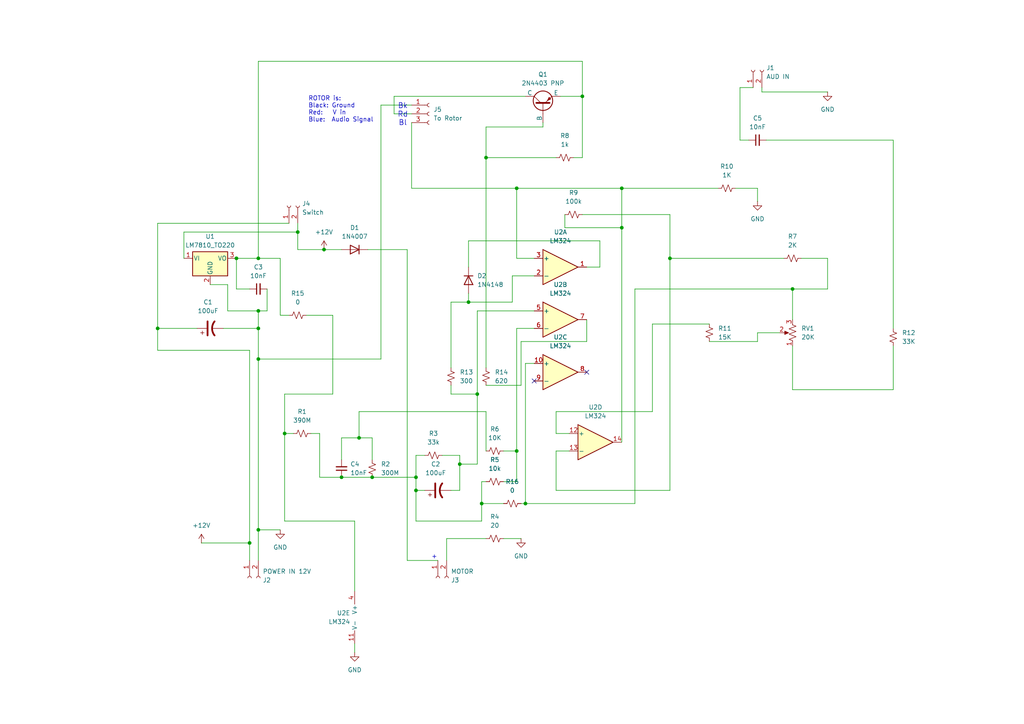
<source format=kicad_sch>
(kicad_sch
	(version 20250114)
	(generator "eeschema")
	(generator_version "9.0")
	(uuid "80c87c8d-a413-4da0-8d82-2fd83e98822b")
	(paper "A4")
	(lib_symbols
		(symbol "Amplifier_Operational:LM324"
			(pin_names
				(offset 0.127)
			)
			(exclude_from_sim no)
			(in_bom yes)
			(on_board yes)
			(property "Reference" "U"
				(at 0 5.08 0)
				(effects
					(font
						(size 1.27 1.27)
					)
					(justify left)
				)
			)
			(property "Value" "LM324"
				(at 0 -5.08 0)
				(effects
					(font
						(size 1.27 1.27)
					)
					(justify left)
				)
			)
			(property "Footprint" ""
				(at -1.27 2.54 0)
				(effects
					(font
						(size 1.27 1.27)
					)
					(hide yes)
				)
			)
			(property "Datasheet" "http://www.ti.com/lit/ds/symlink/lm2902-n.pdf"
				(at 1.27 5.08 0)
				(effects
					(font
						(size 1.27 1.27)
					)
					(hide yes)
				)
			)
			(property "Description" "Low-Power, Quad-Operational Amplifiers, DIP-14/SOIC-14/SSOP-14"
				(at 0 0 0)
				(effects
					(font
						(size 1.27 1.27)
					)
					(hide yes)
				)
			)
			(property "ki_locked" ""
				(at 0 0 0)
				(effects
					(font
						(size 1.27 1.27)
					)
				)
			)
			(property "ki_keywords" "quad opamp"
				(at 0 0 0)
				(effects
					(font
						(size 1.27 1.27)
					)
					(hide yes)
				)
			)
			(property "ki_fp_filters" "SOIC*3.9x8.7mm*P1.27mm* DIP*W7.62mm* TSSOP*4.4x5mm*P0.65mm* SSOP*5.3x6.2mm*P0.65mm* MSOP*3x3mm*P0.5mm*"
				(at 0 0 0)
				(effects
					(font
						(size 1.27 1.27)
					)
					(hide yes)
				)
			)
			(symbol "LM324_1_1"
				(polyline
					(pts
						(xy -5.08 5.08) (xy 5.08 0) (xy -5.08 -5.08) (xy -5.08 5.08)
					)
					(stroke
						(width 0.254)
						(type default)
					)
					(fill
						(type background)
					)
				)
				(pin input line
					(at -7.62 2.54 0)
					(length 2.54)
					(name "+"
						(effects
							(font
								(size 1.27 1.27)
							)
						)
					)
					(number "3"
						(effects
							(font
								(size 1.27 1.27)
							)
						)
					)
				)
				(pin input line
					(at -7.62 -2.54 0)
					(length 2.54)
					(name "-"
						(effects
							(font
								(size 1.27 1.27)
							)
						)
					)
					(number "2"
						(effects
							(font
								(size 1.27 1.27)
							)
						)
					)
				)
				(pin output line
					(at 7.62 0 180)
					(length 2.54)
					(name "~"
						(effects
							(font
								(size 1.27 1.27)
							)
						)
					)
					(number "1"
						(effects
							(font
								(size 1.27 1.27)
							)
						)
					)
				)
			)
			(symbol "LM324_2_1"
				(polyline
					(pts
						(xy -5.08 5.08) (xy 5.08 0) (xy -5.08 -5.08) (xy -5.08 5.08)
					)
					(stroke
						(width 0.254)
						(type default)
					)
					(fill
						(type background)
					)
				)
				(pin input line
					(at -7.62 2.54 0)
					(length 2.54)
					(name "+"
						(effects
							(font
								(size 1.27 1.27)
							)
						)
					)
					(number "5"
						(effects
							(font
								(size 1.27 1.27)
							)
						)
					)
				)
				(pin input line
					(at -7.62 -2.54 0)
					(length 2.54)
					(name "-"
						(effects
							(font
								(size 1.27 1.27)
							)
						)
					)
					(number "6"
						(effects
							(font
								(size 1.27 1.27)
							)
						)
					)
				)
				(pin output line
					(at 7.62 0 180)
					(length 2.54)
					(name "~"
						(effects
							(font
								(size 1.27 1.27)
							)
						)
					)
					(number "7"
						(effects
							(font
								(size 1.27 1.27)
							)
						)
					)
				)
			)
			(symbol "LM324_3_1"
				(polyline
					(pts
						(xy -5.08 5.08) (xy 5.08 0) (xy -5.08 -5.08) (xy -5.08 5.08)
					)
					(stroke
						(width 0.254)
						(type default)
					)
					(fill
						(type background)
					)
				)
				(pin input line
					(at -7.62 2.54 0)
					(length 2.54)
					(name "+"
						(effects
							(font
								(size 1.27 1.27)
							)
						)
					)
					(number "10"
						(effects
							(font
								(size 1.27 1.27)
							)
						)
					)
				)
				(pin input line
					(at -7.62 -2.54 0)
					(length 2.54)
					(name "-"
						(effects
							(font
								(size 1.27 1.27)
							)
						)
					)
					(number "9"
						(effects
							(font
								(size 1.27 1.27)
							)
						)
					)
				)
				(pin output line
					(at 7.62 0 180)
					(length 2.54)
					(name "~"
						(effects
							(font
								(size 1.27 1.27)
							)
						)
					)
					(number "8"
						(effects
							(font
								(size 1.27 1.27)
							)
						)
					)
				)
			)
			(symbol "LM324_4_1"
				(polyline
					(pts
						(xy -5.08 5.08) (xy 5.08 0) (xy -5.08 -5.08) (xy -5.08 5.08)
					)
					(stroke
						(width 0.254)
						(type default)
					)
					(fill
						(type background)
					)
				)
				(pin input line
					(at -7.62 2.54 0)
					(length 2.54)
					(name "+"
						(effects
							(font
								(size 1.27 1.27)
							)
						)
					)
					(number "12"
						(effects
							(font
								(size 1.27 1.27)
							)
						)
					)
				)
				(pin input line
					(at -7.62 -2.54 0)
					(length 2.54)
					(name "-"
						(effects
							(font
								(size 1.27 1.27)
							)
						)
					)
					(number "13"
						(effects
							(font
								(size 1.27 1.27)
							)
						)
					)
				)
				(pin output line
					(at 7.62 0 180)
					(length 2.54)
					(name "~"
						(effects
							(font
								(size 1.27 1.27)
							)
						)
					)
					(number "14"
						(effects
							(font
								(size 1.27 1.27)
							)
						)
					)
				)
			)
			(symbol "LM324_5_1"
				(pin power_in line
					(at -2.54 7.62 270)
					(length 3.81)
					(name "V+"
						(effects
							(font
								(size 1.27 1.27)
							)
						)
					)
					(number "4"
						(effects
							(font
								(size 1.27 1.27)
							)
						)
					)
				)
				(pin power_in line
					(at -2.54 -7.62 90)
					(length 3.81)
					(name "V-"
						(effects
							(font
								(size 1.27 1.27)
							)
						)
					)
					(number "11"
						(effects
							(font
								(size 1.27 1.27)
							)
						)
					)
				)
			)
			(embedded_fonts no)
		)
		(symbol "Connector:Conn_01x02_Socket"
			(pin_names
				(offset 1.016)
				(hide yes)
			)
			(exclude_from_sim no)
			(in_bom yes)
			(on_board yes)
			(property "Reference" "J"
				(at 0 2.54 0)
				(effects
					(font
						(size 1.27 1.27)
					)
				)
			)
			(property "Value" "Conn_01x02_Socket"
				(at 0 -5.08 0)
				(effects
					(font
						(size 1.27 1.27)
					)
				)
			)
			(property "Footprint" ""
				(at 0 0 0)
				(effects
					(font
						(size 1.27 1.27)
					)
					(hide yes)
				)
			)
			(property "Datasheet" "~"
				(at 0 0 0)
				(effects
					(font
						(size 1.27 1.27)
					)
					(hide yes)
				)
			)
			(property "Description" "Generic connector, single row, 01x02, script generated"
				(at 0 0 0)
				(effects
					(font
						(size 1.27 1.27)
					)
					(hide yes)
				)
			)
			(property "ki_locked" ""
				(at 0 0 0)
				(effects
					(font
						(size 1.27 1.27)
					)
				)
			)
			(property "ki_keywords" "connector"
				(at 0 0 0)
				(effects
					(font
						(size 1.27 1.27)
					)
					(hide yes)
				)
			)
			(property "ki_fp_filters" "Connector*:*_1x??_*"
				(at 0 0 0)
				(effects
					(font
						(size 1.27 1.27)
					)
					(hide yes)
				)
			)
			(symbol "Conn_01x02_Socket_1_1"
				(polyline
					(pts
						(xy -1.27 0) (xy -0.508 0)
					)
					(stroke
						(width 0.1524)
						(type default)
					)
					(fill
						(type none)
					)
				)
				(polyline
					(pts
						(xy -1.27 -2.54) (xy -0.508 -2.54)
					)
					(stroke
						(width 0.1524)
						(type default)
					)
					(fill
						(type none)
					)
				)
				(arc
					(start 0 -0.508)
					(mid -0.5058 0)
					(end 0 0.508)
					(stroke
						(width 0.1524)
						(type default)
					)
					(fill
						(type none)
					)
				)
				(arc
					(start 0 -3.048)
					(mid -0.5058 -2.54)
					(end 0 -2.032)
					(stroke
						(width 0.1524)
						(type default)
					)
					(fill
						(type none)
					)
				)
				(pin passive line
					(at -5.08 0 0)
					(length 3.81)
					(name "Pin_1"
						(effects
							(font
								(size 1.27 1.27)
							)
						)
					)
					(number "1"
						(effects
							(font
								(size 1.27 1.27)
							)
						)
					)
				)
				(pin passive line
					(at -5.08 -2.54 0)
					(length 3.81)
					(name "Pin_2"
						(effects
							(font
								(size 1.27 1.27)
							)
						)
					)
					(number "2"
						(effects
							(font
								(size 1.27 1.27)
							)
						)
					)
				)
			)
			(embedded_fonts no)
		)
		(symbol "Connector:Conn_01x03_Socket"
			(pin_names
				(offset 1.016)
				(hide yes)
			)
			(exclude_from_sim no)
			(in_bom yes)
			(on_board yes)
			(property "Reference" "J"
				(at 0 5.08 0)
				(effects
					(font
						(size 1.27 1.27)
					)
				)
			)
			(property "Value" "Conn_01x03_Socket"
				(at 0 -5.08 0)
				(effects
					(font
						(size 1.27 1.27)
					)
				)
			)
			(property "Footprint" ""
				(at 0 0 0)
				(effects
					(font
						(size 1.27 1.27)
					)
					(hide yes)
				)
			)
			(property "Datasheet" "~"
				(at 0 0 0)
				(effects
					(font
						(size 1.27 1.27)
					)
					(hide yes)
				)
			)
			(property "Description" "Generic connector, single row, 01x03, script generated"
				(at 0 0 0)
				(effects
					(font
						(size 1.27 1.27)
					)
					(hide yes)
				)
			)
			(property "ki_locked" ""
				(at 0 0 0)
				(effects
					(font
						(size 1.27 1.27)
					)
				)
			)
			(property "ki_keywords" "connector"
				(at 0 0 0)
				(effects
					(font
						(size 1.27 1.27)
					)
					(hide yes)
				)
			)
			(property "ki_fp_filters" "Connector*:*_1x??_*"
				(at 0 0 0)
				(effects
					(font
						(size 1.27 1.27)
					)
					(hide yes)
				)
			)
			(symbol "Conn_01x03_Socket_1_1"
				(polyline
					(pts
						(xy -1.27 2.54) (xy -0.508 2.54)
					)
					(stroke
						(width 0.1524)
						(type default)
					)
					(fill
						(type none)
					)
				)
				(polyline
					(pts
						(xy -1.27 0) (xy -0.508 0)
					)
					(stroke
						(width 0.1524)
						(type default)
					)
					(fill
						(type none)
					)
				)
				(polyline
					(pts
						(xy -1.27 -2.54) (xy -0.508 -2.54)
					)
					(stroke
						(width 0.1524)
						(type default)
					)
					(fill
						(type none)
					)
				)
				(arc
					(start 0 2.032)
					(mid -0.5058 2.54)
					(end 0 3.048)
					(stroke
						(width 0.1524)
						(type default)
					)
					(fill
						(type none)
					)
				)
				(arc
					(start 0 -0.508)
					(mid -0.5058 0)
					(end 0 0.508)
					(stroke
						(width 0.1524)
						(type default)
					)
					(fill
						(type none)
					)
				)
				(arc
					(start 0 -3.048)
					(mid -0.5058 -2.54)
					(end 0 -2.032)
					(stroke
						(width 0.1524)
						(type default)
					)
					(fill
						(type none)
					)
				)
				(pin passive line
					(at -5.08 2.54 0)
					(length 3.81)
					(name "Pin_1"
						(effects
							(font
								(size 1.27 1.27)
							)
						)
					)
					(number "1"
						(effects
							(font
								(size 1.27 1.27)
							)
						)
					)
				)
				(pin passive line
					(at -5.08 0 0)
					(length 3.81)
					(name "Pin_2"
						(effects
							(font
								(size 1.27 1.27)
							)
						)
					)
					(number "2"
						(effects
							(font
								(size 1.27 1.27)
							)
						)
					)
				)
				(pin passive line
					(at -5.08 -2.54 0)
					(length 3.81)
					(name "Pin_3"
						(effects
							(font
								(size 1.27 1.27)
							)
						)
					)
					(number "3"
						(effects
							(font
								(size 1.27 1.27)
							)
						)
					)
				)
			)
			(embedded_fonts no)
		)
		(symbol "Device:C_Polarized_US"
			(pin_numbers
				(hide yes)
			)
			(pin_names
				(offset 0.254)
				(hide yes)
			)
			(exclude_from_sim no)
			(in_bom yes)
			(on_board yes)
			(property "Reference" "C"
				(at 0.635 2.54 0)
				(effects
					(font
						(size 1.27 1.27)
					)
					(justify left)
				)
			)
			(property "Value" "C_Polarized_US"
				(at 0.635 -2.54 0)
				(effects
					(font
						(size 1.27 1.27)
					)
					(justify left)
				)
			)
			(property "Footprint" ""
				(at 0 0 0)
				(effects
					(font
						(size 1.27 1.27)
					)
					(hide yes)
				)
			)
			(property "Datasheet" "~"
				(at 0 0 0)
				(effects
					(font
						(size 1.27 1.27)
					)
					(hide yes)
				)
			)
			(property "Description" "Polarized capacitor, US symbol"
				(at 0 0 0)
				(effects
					(font
						(size 1.27 1.27)
					)
					(hide yes)
				)
			)
			(property "ki_keywords" "cap capacitor"
				(at 0 0 0)
				(effects
					(font
						(size 1.27 1.27)
					)
					(hide yes)
				)
			)
			(property "ki_fp_filters" "CP_*"
				(at 0 0 0)
				(effects
					(font
						(size 1.27 1.27)
					)
					(hide yes)
				)
			)
			(symbol "C_Polarized_US_0_1"
				(polyline
					(pts
						(xy -2.032 0.762) (xy 2.032 0.762)
					)
					(stroke
						(width 0.508)
						(type default)
					)
					(fill
						(type none)
					)
				)
				(polyline
					(pts
						(xy -1.778 2.286) (xy -0.762 2.286)
					)
					(stroke
						(width 0)
						(type default)
					)
					(fill
						(type none)
					)
				)
				(polyline
					(pts
						(xy -1.27 1.778) (xy -1.27 2.794)
					)
					(stroke
						(width 0)
						(type default)
					)
					(fill
						(type none)
					)
				)
				(arc
					(start -2.032 -1.27)
					(mid 0 -0.5572)
					(end 2.032 -1.27)
					(stroke
						(width 0.508)
						(type default)
					)
					(fill
						(type none)
					)
				)
			)
			(symbol "C_Polarized_US_1_1"
				(pin passive line
					(at 0 3.81 270)
					(length 2.794)
					(name "~"
						(effects
							(font
								(size 1.27 1.27)
							)
						)
					)
					(number "1"
						(effects
							(font
								(size 1.27 1.27)
							)
						)
					)
				)
				(pin passive line
					(at 0 -3.81 90)
					(length 3.302)
					(name "~"
						(effects
							(font
								(size 1.27 1.27)
							)
						)
					)
					(number "2"
						(effects
							(font
								(size 1.27 1.27)
							)
						)
					)
				)
			)
			(embedded_fonts no)
		)
		(symbol "Device:C_Small"
			(pin_numbers
				(hide yes)
			)
			(pin_names
				(offset 0.254)
				(hide yes)
			)
			(exclude_from_sim no)
			(in_bom yes)
			(on_board yes)
			(property "Reference" "C"
				(at 0.254 1.778 0)
				(effects
					(font
						(size 1.27 1.27)
					)
					(justify left)
				)
			)
			(property "Value" "C_Small"
				(at 0.254 -2.032 0)
				(effects
					(font
						(size 1.27 1.27)
					)
					(justify left)
				)
			)
			(property "Footprint" ""
				(at 0 0 0)
				(effects
					(font
						(size 1.27 1.27)
					)
					(hide yes)
				)
			)
			(property "Datasheet" "~"
				(at 0 0 0)
				(effects
					(font
						(size 1.27 1.27)
					)
					(hide yes)
				)
			)
			(property "Description" "Unpolarized capacitor, small symbol"
				(at 0 0 0)
				(effects
					(font
						(size 1.27 1.27)
					)
					(hide yes)
				)
			)
			(property "ki_keywords" "capacitor cap"
				(at 0 0 0)
				(effects
					(font
						(size 1.27 1.27)
					)
					(hide yes)
				)
			)
			(property "ki_fp_filters" "C_*"
				(at 0 0 0)
				(effects
					(font
						(size 1.27 1.27)
					)
					(hide yes)
				)
			)
			(symbol "C_Small_0_1"
				(polyline
					(pts
						(xy -1.524 0.508) (xy 1.524 0.508)
					)
					(stroke
						(width 0.3048)
						(type default)
					)
					(fill
						(type none)
					)
				)
				(polyline
					(pts
						(xy -1.524 -0.508) (xy 1.524 -0.508)
					)
					(stroke
						(width 0.3302)
						(type default)
					)
					(fill
						(type none)
					)
				)
			)
			(symbol "C_Small_1_1"
				(pin passive line
					(at 0 2.54 270)
					(length 2.032)
					(name "~"
						(effects
							(font
								(size 1.27 1.27)
							)
						)
					)
					(number "1"
						(effects
							(font
								(size 1.27 1.27)
							)
						)
					)
				)
				(pin passive line
					(at 0 -2.54 90)
					(length 2.032)
					(name "~"
						(effects
							(font
								(size 1.27 1.27)
							)
						)
					)
					(number "2"
						(effects
							(font
								(size 1.27 1.27)
							)
						)
					)
				)
			)
			(embedded_fonts no)
		)
		(symbol "Device:R_Potentiometer_US"
			(pin_names
				(offset 1.016)
				(hide yes)
			)
			(exclude_from_sim no)
			(in_bom yes)
			(on_board yes)
			(property "Reference" "RV"
				(at -4.445 0 90)
				(effects
					(font
						(size 1.27 1.27)
					)
				)
			)
			(property "Value" "R_Potentiometer_US"
				(at -2.54 0 90)
				(effects
					(font
						(size 1.27 1.27)
					)
				)
			)
			(property "Footprint" ""
				(at 0 0 0)
				(effects
					(font
						(size 1.27 1.27)
					)
					(hide yes)
				)
			)
			(property "Datasheet" "~"
				(at 0 0 0)
				(effects
					(font
						(size 1.27 1.27)
					)
					(hide yes)
				)
			)
			(property "Description" "Potentiometer, US symbol"
				(at 0 0 0)
				(effects
					(font
						(size 1.27 1.27)
					)
					(hide yes)
				)
			)
			(property "ki_keywords" "resistor variable"
				(at 0 0 0)
				(effects
					(font
						(size 1.27 1.27)
					)
					(hide yes)
				)
			)
			(property "ki_fp_filters" "Potentiometer*"
				(at 0 0 0)
				(effects
					(font
						(size 1.27 1.27)
					)
					(hide yes)
				)
			)
			(symbol "R_Potentiometer_US_0_1"
				(polyline
					(pts
						(xy 0 2.54) (xy 0 2.286)
					)
					(stroke
						(width 0)
						(type default)
					)
					(fill
						(type none)
					)
				)
				(polyline
					(pts
						(xy 0 2.286) (xy 1.016 1.905) (xy 0 1.524) (xy -1.016 1.143) (xy 0 0.762)
					)
					(stroke
						(width 0)
						(type default)
					)
					(fill
						(type none)
					)
				)
				(polyline
					(pts
						(xy 0 0.762) (xy 1.016 0.381) (xy 0 0) (xy -1.016 -0.381) (xy 0 -0.762)
					)
					(stroke
						(width 0)
						(type default)
					)
					(fill
						(type none)
					)
				)
				(polyline
					(pts
						(xy 0 -0.762) (xy 1.016 -1.143) (xy 0 -1.524) (xy -1.016 -1.905) (xy 0 -2.286)
					)
					(stroke
						(width 0)
						(type default)
					)
					(fill
						(type none)
					)
				)
				(polyline
					(pts
						(xy 0 -2.286) (xy 0 -2.54)
					)
					(stroke
						(width 0)
						(type default)
					)
					(fill
						(type none)
					)
				)
				(polyline
					(pts
						(xy 1.143 0) (xy 2.286 0.508) (xy 2.286 -0.508) (xy 1.143 0)
					)
					(stroke
						(width 0)
						(type default)
					)
					(fill
						(type outline)
					)
				)
				(polyline
					(pts
						(xy 2.54 0) (xy 1.524 0)
					)
					(stroke
						(width 0)
						(type default)
					)
					(fill
						(type none)
					)
				)
			)
			(symbol "R_Potentiometer_US_1_1"
				(pin passive line
					(at 0 3.81 270)
					(length 1.27)
					(name "1"
						(effects
							(font
								(size 1.27 1.27)
							)
						)
					)
					(number "1"
						(effects
							(font
								(size 1.27 1.27)
							)
						)
					)
				)
				(pin passive line
					(at 0 -3.81 90)
					(length 1.27)
					(name "3"
						(effects
							(font
								(size 1.27 1.27)
							)
						)
					)
					(number "3"
						(effects
							(font
								(size 1.27 1.27)
							)
						)
					)
				)
				(pin passive line
					(at 3.81 0 180)
					(length 1.27)
					(name "2"
						(effects
							(font
								(size 1.27 1.27)
							)
						)
					)
					(number "2"
						(effects
							(font
								(size 1.27 1.27)
							)
						)
					)
				)
			)
			(embedded_fonts no)
		)
		(symbol "Device:R_Small_US"
			(pin_numbers
				(hide yes)
			)
			(pin_names
				(offset 0.254)
				(hide yes)
			)
			(exclude_from_sim no)
			(in_bom yes)
			(on_board yes)
			(property "Reference" "R"
				(at 0.762 0.508 0)
				(effects
					(font
						(size 1.27 1.27)
					)
					(justify left)
				)
			)
			(property "Value" "R_Small_US"
				(at 0.762 -1.016 0)
				(effects
					(font
						(size 1.27 1.27)
					)
					(justify left)
				)
			)
			(property "Footprint" ""
				(at 0 0 0)
				(effects
					(font
						(size 1.27 1.27)
					)
					(hide yes)
				)
			)
			(property "Datasheet" "~"
				(at 0 0 0)
				(effects
					(font
						(size 1.27 1.27)
					)
					(hide yes)
				)
			)
			(property "Description" "Resistor, small US symbol"
				(at 0 0 0)
				(effects
					(font
						(size 1.27 1.27)
					)
					(hide yes)
				)
			)
			(property "ki_keywords" "r resistor"
				(at 0 0 0)
				(effects
					(font
						(size 1.27 1.27)
					)
					(hide yes)
				)
			)
			(property "ki_fp_filters" "R_*"
				(at 0 0 0)
				(effects
					(font
						(size 1.27 1.27)
					)
					(hide yes)
				)
			)
			(symbol "R_Small_US_1_1"
				(polyline
					(pts
						(xy 0 1.524) (xy 1.016 1.143) (xy 0 0.762) (xy -1.016 0.381) (xy 0 0)
					)
					(stroke
						(width 0)
						(type default)
					)
					(fill
						(type none)
					)
				)
				(polyline
					(pts
						(xy 0 0) (xy 1.016 -0.381) (xy 0 -0.762) (xy -1.016 -1.143) (xy 0 -1.524)
					)
					(stroke
						(width 0)
						(type default)
					)
					(fill
						(type none)
					)
				)
				(pin passive line
					(at 0 2.54 270)
					(length 1.016)
					(name "~"
						(effects
							(font
								(size 1.27 1.27)
							)
						)
					)
					(number "1"
						(effects
							(font
								(size 1.27 1.27)
							)
						)
					)
				)
				(pin passive line
					(at 0 -2.54 90)
					(length 1.016)
					(name "~"
						(effects
							(font
								(size 1.27 1.27)
							)
						)
					)
					(number "2"
						(effects
							(font
								(size 1.27 1.27)
							)
						)
					)
				)
			)
			(embedded_fonts no)
		)
		(symbol "Diode:1N4007"
			(pin_numbers
				(hide yes)
			)
			(pin_names
				(hide yes)
			)
			(exclude_from_sim no)
			(in_bom yes)
			(on_board yes)
			(property "Reference" "D"
				(at 0 2.54 0)
				(effects
					(font
						(size 1.27 1.27)
					)
				)
			)
			(property "Value" "1N4007"
				(at 0 -2.54 0)
				(effects
					(font
						(size 1.27 1.27)
					)
				)
			)
			(property "Footprint" "Diode_THT:D_DO-41_SOD81_P10.16mm_Horizontal"
				(at 0 -4.445 0)
				(effects
					(font
						(size 1.27 1.27)
					)
					(hide yes)
				)
			)
			(property "Datasheet" "http://www.vishay.com/docs/88503/1n4001.pdf"
				(at 0 0 0)
				(effects
					(font
						(size 1.27 1.27)
					)
					(hide yes)
				)
			)
			(property "Description" "1000V 1A General Purpose Rectifier Diode, DO-41"
				(at 0 0 0)
				(effects
					(font
						(size 1.27 1.27)
					)
					(hide yes)
				)
			)
			(property "Sim.Device" "D"
				(at 0 0 0)
				(effects
					(font
						(size 1.27 1.27)
					)
					(hide yes)
				)
			)
			(property "Sim.Pins" "1=K 2=A"
				(at 0 0 0)
				(effects
					(font
						(size 1.27 1.27)
					)
					(hide yes)
				)
			)
			(property "ki_keywords" "diode"
				(at 0 0 0)
				(effects
					(font
						(size 1.27 1.27)
					)
					(hide yes)
				)
			)
			(property "ki_fp_filters" "D*DO?41*"
				(at 0 0 0)
				(effects
					(font
						(size 1.27 1.27)
					)
					(hide yes)
				)
			)
			(symbol "1N4007_0_1"
				(polyline
					(pts
						(xy -1.27 1.27) (xy -1.27 -1.27)
					)
					(stroke
						(width 0.254)
						(type default)
					)
					(fill
						(type none)
					)
				)
				(polyline
					(pts
						(xy 1.27 1.27) (xy 1.27 -1.27) (xy -1.27 0) (xy 1.27 1.27)
					)
					(stroke
						(width 0.254)
						(type default)
					)
					(fill
						(type none)
					)
				)
				(polyline
					(pts
						(xy 1.27 0) (xy -1.27 0)
					)
					(stroke
						(width 0)
						(type default)
					)
					(fill
						(type none)
					)
				)
			)
			(symbol "1N4007_1_1"
				(pin passive line
					(at -3.81 0 0)
					(length 2.54)
					(name "K"
						(effects
							(font
								(size 1.27 1.27)
							)
						)
					)
					(number "1"
						(effects
							(font
								(size 1.27 1.27)
							)
						)
					)
				)
				(pin passive line
					(at 3.81 0 180)
					(length 2.54)
					(name "A"
						(effects
							(font
								(size 1.27 1.27)
							)
						)
					)
					(number "2"
						(effects
							(font
								(size 1.27 1.27)
							)
						)
					)
				)
			)
			(embedded_fonts no)
		)
		(symbol "Diode:1N4148"
			(pin_numbers
				(hide yes)
			)
			(pin_names
				(hide yes)
			)
			(exclude_from_sim no)
			(in_bom yes)
			(on_board yes)
			(property "Reference" "D"
				(at 0 2.54 0)
				(effects
					(font
						(size 1.27 1.27)
					)
				)
			)
			(property "Value" "1N4148"
				(at 0 -2.54 0)
				(effects
					(font
						(size 1.27 1.27)
					)
				)
			)
			(property "Footprint" "Diode_THT:D_DO-35_SOD27_P7.62mm_Horizontal"
				(at 0 0 0)
				(effects
					(font
						(size 1.27 1.27)
					)
					(hide yes)
				)
			)
			(property "Datasheet" "https://assets.nexperia.com/documents/data-sheet/1N4148_1N4448.pdf"
				(at 0 0 0)
				(effects
					(font
						(size 1.27 1.27)
					)
					(hide yes)
				)
			)
			(property "Description" "100V 0.15A standard switching diode, DO-35"
				(at 0 0 0)
				(effects
					(font
						(size 1.27 1.27)
					)
					(hide yes)
				)
			)
			(property "Sim.Device" "D"
				(at 0 0 0)
				(effects
					(font
						(size 1.27 1.27)
					)
					(hide yes)
				)
			)
			(property "Sim.Pins" "1=K 2=A"
				(at 0 0 0)
				(effects
					(font
						(size 1.27 1.27)
					)
					(hide yes)
				)
			)
			(property "ki_keywords" "diode"
				(at 0 0 0)
				(effects
					(font
						(size 1.27 1.27)
					)
					(hide yes)
				)
			)
			(property "ki_fp_filters" "D*DO?35*"
				(at 0 0 0)
				(effects
					(font
						(size 1.27 1.27)
					)
					(hide yes)
				)
			)
			(symbol "1N4148_0_1"
				(polyline
					(pts
						(xy -1.27 1.27) (xy -1.27 -1.27)
					)
					(stroke
						(width 0.254)
						(type default)
					)
					(fill
						(type none)
					)
				)
				(polyline
					(pts
						(xy 1.27 1.27) (xy 1.27 -1.27) (xy -1.27 0) (xy 1.27 1.27)
					)
					(stroke
						(width 0.254)
						(type default)
					)
					(fill
						(type none)
					)
				)
				(polyline
					(pts
						(xy 1.27 0) (xy -1.27 0)
					)
					(stroke
						(width 0)
						(type default)
					)
					(fill
						(type none)
					)
				)
			)
			(symbol "1N4148_1_1"
				(pin passive line
					(at -3.81 0 0)
					(length 2.54)
					(name "K"
						(effects
							(font
								(size 1.27 1.27)
							)
						)
					)
					(number "1"
						(effects
							(font
								(size 1.27 1.27)
							)
						)
					)
				)
				(pin passive line
					(at 3.81 0 180)
					(length 2.54)
					(name "A"
						(effects
							(font
								(size 1.27 1.27)
							)
						)
					)
					(number "2"
						(effects
							(font
								(size 1.27 1.27)
							)
						)
					)
				)
			)
			(embedded_fonts no)
		)
		(symbol "Regulator_Linear:LM7810_TO220"
			(pin_names
				(offset 0.254)
			)
			(exclude_from_sim no)
			(in_bom yes)
			(on_board yes)
			(property "Reference" "U"
				(at -3.81 3.175 0)
				(effects
					(font
						(size 1.27 1.27)
					)
				)
			)
			(property "Value" "LM7810_TO220"
				(at 0 3.175 0)
				(effects
					(font
						(size 1.27 1.27)
					)
					(justify left)
				)
			)
			(property "Footprint" "Package_TO_SOT_THT:TO-220-3_Vertical"
				(at 0 5.715 0)
				(effects
					(font
						(size 1.27 1.27)
						(italic yes)
					)
					(hide yes)
				)
			)
			(property "Datasheet" "https://www.onsemi.cn/PowerSolutions/document/MC7800-D.PDF"
				(at 0 -1.27 0)
				(effects
					(font
						(size 1.27 1.27)
					)
					(hide yes)
				)
			)
			(property "Description" "Positive 1A 35V Linear Regulator, Fixed Output 10V, TO-220"
				(at 0 0 0)
				(effects
					(font
						(size 1.27 1.27)
					)
					(hide yes)
				)
			)
			(property "ki_keywords" "Voltage Regulator 1A Positive"
				(at 0 0 0)
				(effects
					(font
						(size 1.27 1.27)
					)
					(hide yes)
				)
			)
			(property "ki_fp_filters" "TO?220*"
				(at 0 0 0)
				(effects
					(font
						(size 1.27 1.27)
					)
					(hide yes)
				)
			)
			(symbol "LM7810_TO220_0_1"
				(rectangle
					(start -5.08 1.905)
					(end 5.08 -5.08)
					(stroke
						(width 0.254)
						(type default)
					)
					(fill
						(type background)
					)
				)
			)
			(symbol "LM7810_TO220_1_1"
				(pin power_in line
					(at -7.62 0 0)
					(length 2.54)
					(name "VI"
						(effects
							(font
								(size 1.27 1.27)
							)
						)
					)
					(number "1"
						(effects
							(font
								(size 1.27 1.27)
							)
						)
					)
				)
				(pin power_in line
					(at 0 -7.62 90)
					(length 2.54)
					(name "GND"
						(effects
							(font
								(size 1.27 1.27)
							)
						)
					)
					(number "2"
						(effects
							(font
								(size 1.27 1.27)
							)
						)
					)
				)
				(pin power_out line
					(at 7.62 0 180)
					(length 2.54)
					(name "VO"
						(effects
							(font
								(size 1.27 1.27)
							)
						)
					)
					(number "3"
						(effects
							(font
								(size 1.27 1.27)
							)
						)
					)
				)
			)
			(embedded_fonts no)
		)
		(symbol "Simulation_SPICE:PNP"
			(pin_numbers
				(hide yes)
			)
			(pin_names
				(offset 0)
			)
			(exclude_from_sim no)
			(in_bom yes)
			(on_board yes)
			(property "Reference" "Q"
				(at -2.54 7.62 0)
				(effects
					(font
						(size 1.27 1.27)
					)
				)
			)
			(property "Value" "PNP"
				(at -2.54 5.08 0)
				(effects
					(font
						(size 1.27 1.27)
					)
				)
			)
			(property "Footprint" ""
				(at 35.56 0 0)
				(effects
					(font
						(size 1.27 1.27)
					)
					(hide yes)
				)
			)
			(property "Datasheet" "https://ngspice.sourceforge.io/docs/ngspice-html-manual/manual.xhtml#cha_BJTs"
				(at 35.56 0 0)
				(effects
					(font
						(size 1.27 1.27)
					)
					(hide yes)
				)
			)
			(property "Description" "Bipolar transistor symbol for simulation only, substrate tied to the emitter"
				(at 0 0 0)
				(effects
					(font
						(size 1.27 1.27)
					)
					(hide yes)
				)
			)
			(property "Sim.Device" "PNP"
				(at 0 0 0)
				(effects
					(font
						(size 1.27 1.27)
					)
					(hide yes)
				)
			)
			(property "Sim.Type" "GUMMELPOON"
				(at 0 0 0)
				(effects
					(font
						(size 1.27 1.27)
					)
					(hide yes)
				)
			)
			(property "Sim.Pins" "1=C 2=B 3=E"
				(at 0 0 0)
				(effects
					(font
						(size 1.27 1.27)
					)
					(hide yes)
				)
			)
			(property "ki_keywords" "simulation"
				(at 0 0 0)
				(effects
					(font
						(size 1.27 1.27)
					)
					(hide yes)
				)
			)
			(symbol "PNP_0_1"
				(polyline
					(pts
						(xy -2.54 0) (xy 0.635 0)
					)
					(stroke
						(width 0.1524)
						(type default)
					)
					(fill
						(type none)
					)
				)
				(polyline
					(pts
						(xy 0.635 1.905) (xy 0.635 -1.905) (xy 0.635 -1.905)
					)
					(stroke
						(width 0.508)
						(type default)
					)
					(fill
						(type none)
					)
				)
				(polyline
					(pts
						(xy 0.635 0.635) (xy 2.54 2.54)
					)
					(stroke
						(width 0)
						(type default)
					)
					(fill
						(type none)
					)
				)
				(polyline
					(pts
						(xy 0.635 -0.635) (xy 2.54 -2.54) (xy 2.54 -2.54)
					)
					(stroke
						(width 0)
						(type default)
					)
					(fill
						(type none)
					)
				)
				(circle
					(center 1.27 0)
					(radius 2.8194)
					(stroke
						(width 0.254)
						(type default)
					)
					(fill
						(type none)
					)
				)
				(polyline
					(pts
						(xy 2.286 -1.778) (xy 1.778 -2.286) (xy 1.27 -1.27) (xy 2.286 -1.778) (xy 2.286 -1.778)
					)
					(stroke
						(width 0)
						(type default)
					)
					(fill
						(type outline)
					)
				)
			)
			(symbol "PNP_1_1"
				(pin input line
					(at -5.08 0 0)
					(length 2.54)
					(name "B"
						(effects
							(font
								(size 1.27 1.27)
							)
						)
					)
					(number "2"
						(effects
							(font
								(size 1.27 1.27)
							)
						)
					)
				)
				(pin open_collector line
					(at 2.54 5.08 270)
					(length 2.54)
					(name "C"
						(effects
							(font
								(size 1.27 1.27)
							)
						)
					)
					(number "1"
						(effects
							(font
								(size 1.27 1.27)
							)
						)
					)
				)
				(pin open_emitter line
					(at 2.54 -5.08 90)
					(length 2.54)
					(name "E"
						(effects
							(font
								(size 1.27 1.27)
							)
						)
					)
					(number "3"
						(effects
							(font
								(size 1.27 1.27)
							)
						)
					)
				)
			)
			(embedded_fonts no)
		)
		(symbol "power:+12V"
			(power)
			(pin_numbers
				(hide yes)
			)
			(pin_names
				(offset 0)
				(hide yes)
			)
			(exclude_from_sim no)
			(in_bom yes)
			(on_board yes)
			(property "Reference" "#PWR"
				(at 0 -3.81 0)
				(effects
					(font
						(size 1.27 1.27)
					)
					(hide yes)
				)
			)
			(property "Value" "+12V"
				(at 0 3.556 0)
				(effects
					(font
						(size 1.27 1.27)
					)
				)
			)
			(property "Footprint" ""
				(at 0 0 0)
				(effects
					(font
						(size 1.27 1.27)
					)
					(hide yes)
				)
			)
			(property "Datasheet" ""
				(at 0 0 0)
				(effects
					(font
						(size 1.27 1.27)
					)
					(hide yes)
				)
			)
			(property "Description" "Power symbol creates a global label with name \"+12V\""
				(at 0 0 0)
				(effects
					(font
						(size 1.27 1.27)
					)
					(hide yes)
				)
			)
			(property "ki_keywords" "global power"
				(at 0 0 0)
				(effects
					(font
						(size 1.27 1.27)
					)
					(hide yes)
				)
			)
			(symbol "+12V_0_1"
				(polyline
					(pts
						(xy -0.762 1.27) (xy 0 2.54)
					)
					(stroke
						(width 0)
						(type default)
					)
					(fill
						(type none)
					)
				)
				(polyline
					(pts
						(xy 0 2.54) (xy 0.762 1.27)
					)
					(stroke
						(width 0)
						(type default)
					)
					(fill
						(type none)
					)
				)
				(polyline
					(pts
						(xy 0 0) (xy 0 2.54)
					)
					(stroke
						(width 0)
						(type default)
					)
					(fill
						(type none)
					)
				)
			)
			(symbol "+12V_1_1"
				(pin power_in line
					(at 0 0 90)
					(length 0)
					(name "~"
						(effects
							(font
								(size 1.27 1.27)
							)
						)
					)
					(number "1"
						(effects
							(font
								(size 1.27 1.27)
							)
						)
					)
				)
			)
			(embedded_fonts no)
		)
		(symbol "power:GND"
			(power)
			(pin_numbers
				(hide yes)
			)
			(pin_names
				(offset 0)
				(hide yes)
			)
			(exclude_from_sim no)
			(in_bom yes)
			(on_board yes)
			(property "Reference" "#PWR"
				(at 0 -6.35 0)
				(effects
					(font
						(size 1.27 1.27)
					)
					(hide yes)
				)
			)
			(property "Value" "GND"
				(at 0 -3.81 0)
				(effects
					(font
						(size 1.27 1.27)
					)
				)
			)
			(property "Footprint" ""
				(at 0 0 0)
				(effects
					(font
						(size 1.27 1.27)
					)
					(hide yes)
				)
			)
			(property "Datasheet" ""
				(at 0 0 0)
				(effects
					(font
						(size 1.27 1.27)
					)
					(hide yes)
				)
			)
			(property "Description" "Power symbol creates a global label with name \"GND\" , ground"
				(at 0 0 0)
				(effects
					(font
						(size 1.27 1.27)
					)
					(hide yes)
				)
			)
			(property "ki_keywords" "global power"
				(at 0 0 0)
				(effects
					(font
						(size 1.27 1.27)
					)
					(hide yes)
				)
			)
			(symbol "GND_0_1"
				(polyline
					(pts
						(xy 0 0) (xy 0 -1.27) (xy 1.27 -1.27) (xy 0 -2.54) (xy -1.27 -1.27) (xy 0 -1.27)
					)
					(stroke
						(width 0)
						(type default)
					)
					(fill
						(type none)
					)
				)
			)
			(symbol "GND_1_1"
				(pin power_in line
					(at 0 0 270)
					(length 0)
					(name "~"
						(effects
							(font
								(size 1.27 1.27)
							)
						)
					)
					(number "1"
						(effects
							(font
								(size 1.27 1.27)
							)
						)
					)
				)
			)
			(embedded_fonts no)
		)
	)
	(text "ROTOR is:\nBlack: Ground\nRed:   V in\nBlue:  Audio Signal"
		(exclude_from_sim no)
		(at 89.408 31.75 0)
		(effects
			(font
				(size 1.27 1.27)
			)
			(justify left)
		)
		(uuid "2040960c-f16c-4cc3-9894-5d1a24584aa2")
	)
	(text "Bk\nRd\nBl"
		(exclude_from_sim no)
		(at 116.84 33.274 0)
		(effects
			(font
				(size 1.524 1.524)
			)
		)
		(uuid "243e606d-5d2f-4603-91a3-68f623659cb4")
	)
	(text "+"
		(exclude_from_sim no)
		(at 125.984 161.544 0)
		(effects
			(font
				(size 1.27 1.27)
			)
		)
		(uuid "5c1ae7b8-b1d9-4b8b-a0e8-b93360c8468a")
	)
	(junction
		(at 45.72 95.25)
		(diameter 0)
		(color 0 0 0 0)
		(uuid "0d771e3b-6d2d-48be-ae29-2d008c855a51")
	)
	(junction
		(at 86.36 67.31)
		(diameter 0)
		(color 0 0 0 0)
		(uuid "1dfaa44f-db19-4972-ab87-48b7e4ab5c13")
	)
	(junction
		(at 74.93 95.25)
		(diameter 0)
		(color 0 0 0 0)
		(uuid "1fb7a716-38c7-485b-bf58-d84b100552ed")
	)
	(junction
		(at 82.55 125.73)
		(diameter 0)
		(color 0 0 0 0)
		(uuid "31b4ecf9-cc81-4ffd-a661-8a4464a83f40")
	)
	(junction
		(at 74.93 153.67)
		(diameter 0)
		(color 0 0 0 0)
		(uuid "329f6afe-d73a-404d-9d5d-7712ac4e5149")
	)
	(junction
		(at 72.39 157.48)
		(diameter 0)
		(color 0 0 0 0)
		(uuid "3617c48e-65fa-4c27-8764-8855f18820c9")
	)
	(junction
		(at 74.93 90.17)
		(diameter 0)
		(color 0 0 0 0)
		(uuid "4208fbc1-5289-43ff-9741-8f755e471c99")
	)
	(junction
		(at 133.35 134.62)
		(diameter 0)
		(color 0 0 0 0)
		(uuid "49b268fb-3e4c-44ee-ade0-1003dffdc3e1")
	)
	(junction
		(at 180.34 54.61)
		(diameter 0)
		(color 0 0 0 0)
		(uuid "4e266c08-3209-4c3b-9c64-aa1b03ed8d5b")
	)
	(junction
		(at 138.43 114.3)
		(diameter 0)
		(color 0 0 0 0)
		(uuid "505ecc21-f6cf-44e0-8066-2fd8cb117765")
	)
	(junction
		(at 93.98 72.39)
		(diameter 0)
		(color 0 0 0 0)
		(uuid "5c681654-8286-49cc-a506-54720ac7fbfb")
	)
	(junction
		(at 180.34 66.04)
		(diameter 0)
		(color 0 0 0 0)
		(uuid "67cf3e9b-8f44-496d-b57a-91dc670f5da1")
	)
	(junction
		(at 149.86 54.61)
		(diameter 0)
		(color 0 0 0 0)
		(uuid "6a8770a9-fe22-4cca-8b2b-40f6d0eb05e1")
	)
	(junction
		(at 135.89 87.63)
		(diameter 0)
		(color 0 0 0 0)
		(uuid "7020e87b-19ea-4899-898d-1b32d6d18ba4")
	)
	(junction
		(at 120.65 142.24)
		(diameter 0)
		(color 0 0 0 0)
		(uuid "7a636d93-a8f6-4c53-96ad-351a2d0c99b0")
	)
	(junction
		(at 104.14 127)
		(diameter 0)
		(color 0 0 0 0)
		(uuid "80726b0d-a33b-4089-bd21-a98e9a25956c")
	)
	(junction
		(at 139.7 146.05)
		(diameter 0)
		(color 0 0 0 0)
		(uuid "8bd17a5d-0d21-43a4-befa-2c150e5653c1")
	)
	(junction
		(at 107.95 138.43)
		(diameter 0)
		(color 0 0 0 0)
		(uuid "a04da0a6-c622-403a-b94a-1d9ddefea5c0")
	)
	(junction
		(at 194.31 74.93)
		(diameter 0)
		(color 0 0 0 0)
		(uuid "bde2ebbd-d428-40f2-b15b-058471cdac6e")
	)
	(junction
		(at 68.58 74.93)
		(diameter 0)
		(color 0 0 0 0)
		(uuid "c2206a92-67bc-4351-b799-4c916f26532c")
	)
	(junction
		(at 140.97 45.72)
		(diameter 0)
		(color 0 0 0 0)
		(uuid "cd542264-85a6-475d-82ee-71a7d15588f9")
	)
	(junction
		(at 149.86 130.81)
		(diameter 0)
		(color 0 0 0 0)
		(uuid "d6a907eb-fbec-4838-be9d-d27970d641c3")
	)
	(junction
		(at 152.4 146.05)
		(diameter 0)
		(color 0 0 0 0)
		(uuid "d9306854-f493-44bb-9c94-edddf02c6227")
	)
	(junction
		(at 120.65 138.43)
		(diameter 0)
		(color 0 0 0 0)
		(uuid "e21db448-b606-46fa-8a25-335b97fb5a8e")
	)
	(junction
		(at 99.06 138.43)
		(diameter 0)
		(color 0 0 0 0)
		(uuid "ed7e46b9-6b6b-4383-86ef-3992ffed17bc")
	)
	(junction
		(at 229.87 83.82)
		(diameter 0)
		(color 0 0 0 0)
		(uuid "efd91a14-5174-4fd3-8aa8-40360452d232")
	)
	(junction
		(at 74.93 104.14)
		(diameter 0)
		(color 0 0 0 0)
		(uuid "f2bd30ca-52b0-49c6-9fea-059ea154bbc5")
	)
	(junction
		(at 168.91 27.94)
		(diameter 0)
		(color 0 0 0 0)
		(uuid "f619bd3f-3d05-4aba-a180-b30abd3f54e8")
	)
	(junction
		(at 74.93 74.93)
		(diameter 0)
		(color 0 0 0 0)
		(uuid "f90eaf55-4ab2-408e-8b37-4c40893f5bab")
	)
	(no_connect
		(at 154.94 110.49)
		(uuid "31f7111c-c149-4220-8426-88ea29be0ffc")
	)
	(no_connect
		(at 170.18 107.95)
		(uuid "ddef8eee-146a-4f69-8020-6e6a4c18f872")
	)
	(wire
		(pts
			(xy 74.93 74.93) (xy 81.28 74.93)
		)
		(stroke
			(width 0)
			(type default)
		)
		(uuid "00bd0870-ad3f-422b-b2c3-76151363ed75")
	)
	(wire
		(pts
			(xy 128.27 132.08) (xy 133.35 132.08)
		)
		(stroke
			(width 0)
			(type default)
		)
		(uuid "06224482-140d-4519-ac14-52e1a4ce6cdc")
	)
	(wire
		(pts
			(xy 161.29 125.73) (xy 165.1 125.73)
		)
		(stroke
			(width 0)
			(type default)
		)
		(uuid "062494da-9d8f-40a5-8ae6-ee7d6a60f2aa")
	)
	(wire
		(pts
			(xy 138.43 134.62) (xy 138.43 114.3)
		)
		(stroke
			(width 0)
			(type default)
		)
		(uuid "0963be7a-61d1-4800-a387-1e8003f3cded")
	)
	(wire
		(pts
			(xy 218.44 25.4) (xy 214.63 25.4)
		)
		(stroke
			(width 0)
			(type default)
		)
		(uuid "0a46290e-7795-451b-96d0-d2ad0c2083a7")
	)
	(wire
		(pts
			(xy 222.25 40.64) (xy 259.08 40.64)
		)
		(stroke
			(width 0)
			(type default)
		)
		(uuid "0d31cf5a-b95f-4dd2-acdc-6ac0cf754865")
	)
	(wire
		(pts
			(xy 86.36 67.31) (xy 86.36 72.39)
		)
		(stroke
			(width 0)
			(type default)
		)
		(uuid "0df93683-5844-4a91-b386-1086d343c797")
	)
	(wire
		(pts
			(xy 45.72 95.25) (xy 45.72 64.77)
		)
		(stroke
			(width 0)
			(type default)
		)
		(uuid "0e7d884c-0dcb-4e7c-ae24-7c3ae8cb7982")
	)
	(wire
		(pts
			(xy 68.58 74.93) (xy 74.93 74.93)
		)
		(stroke
			(width 0)
			(type default)
		)
		(uuid "10023db6-9983-4cd7-8cf5-0831483c20a0")
	)
	(wire
		(pts
			(xy 74.93 17.78) (xy 168.91 17.78)
		)
		(stroke
			(width 0)
			(type default)
		)
		(uuid "10e1d243-3370-45aa-b9fa-130fec43a77f")
	)
	(wire
		(pts
			(xy 139.7 139.7) (xy 140.97 139.7)
		)
		(stroke
			(width 0)
			(type default)
		)
		(uuid "1381c584-1946-4468-b37c-3eadf6897c2a")
	)
	(wire
		(pts
			(xy 135.89 87.63) (xy 148.59 87.63)
		)
		(stroke
			(width 0)
			(type default)
		)
		(uuid "1490a66c-bd4a-47c7-a927-aacea73457ad")
	)
	(wire
		(pts
			(xy 90.17 125.73) (xy 92.71 125.73)
		)
		(stroke
			(width 0)
			(type default)
		)
		(uuid "16d3bd45-f909-4f33-84e8-81cd24cc1492")
	)
	(wire
		(pts
			(xy 72.39 83.82) (xy 68.58 83.82)
		)
		(stroke
			(width 0)
			(type default)
		)
		(uuid "18393ee7-6bf6-48b7-8182-0f88b763a1fe")
	)
	(wire
		(pts
			(xy 240.03 26.67) (xy 220.98 26.67)
		)
		(stroke
			(width 0)
			(type default)
		)
		(uuid "1ce80044-9a6b-4c27-acb3-973f6365ffb8")
	)
	(wire
		(pts
			(xy 149.86 139.7) (xy 149.86 130.81)
		)
		(stroke
			(width 0)
			(type default)
		)
		(uuid "1f20a26a-b1a1-484d-b70c-1c68f7a4e728")
	)
	(wire
		(pts
			(xy 161.29 45.72) (xy 140.97 45.72)
		)
		(stroke
			(width 0)
			(type default)
		)
		(uuid "1f3fe46d-264e-4aa9-a9ce-70e3a10e7491")
	)
	(wire
		(pts
			(xy 138.43 114.3) (xy 138.43 90.17)
		)
		(stroke
			(width 0)
			(type default)
		)
		(uuid "23019485-b258-46bc-b721-89201dca3d34")
	)
	(wire
		(pts
			(xy 110.49 104.14) (xy 110.49 30.48)
		)
		(stroke
			(width 0)
			(type default)
		)
		(uuid "23e0a423-eb99-4039-bc61-1a9bc8e6f184")
	)
	(wire
		(pts
			(xy 208.28 54.61) (xy 180.34 54.61)
		)
		(stroke
			(width 0)
			(type default)
		)
		(uuid "24c07c31-8d54-4e07-a75f-87f4ea30a457")
	)
	(wire
		(pts
			(xy 74.93 153.67) (xy 74.93 104.14)
		)
		(stroke
			(width 0)
			(type default)
		)
		(uuid "251e3187-f9c5-47d9-8b7e-1be3c1879dbd")
	)
	(wire
		(pts
			(xy 180.34 66.04) (xy 180.34 128.27)
		)
		(stroke
			(width 0)
			(type default)
		)
		(uuid "260907df-968e-4be0-9fc7-f255e4220157")
	)
	(wire
		(pts
			(xy 194.31 74.93) (xy 194.31 142.24)
		)
		(stroke
			(width 0)
			(type default)
		)
		(uuid "27adb5d3-b934-4dc4-9155-05c5a121fd38")
	)
	(wire
		(pts
			(xy 151.13 146.05) (xy 152.4 146.05)
		)
		(stroke
			(width 0)
			(type default)
		)
		(uuid "27f69095-ec36-4c81-89e4-0ae07a3acb1e")
	)
	(wire
		(pts
			(xy 180.34 54.61) (xy 180.34 66.04)
		)
		(stroke
			(width 0)
			(type default)
		)
		(uuid "2ae57f1a-20c1-4adf-a98b-32aa3ce26505")
	)
	(wire
		(pts
			(xy 45.72 101.6) (xy 45.72 95.25)
		)
		(stroke
			(width 0)
			(type default)
		)
		(uuid "2bc954d6-523d-4cbd-b1d5-58de76447823")
	)
	(wire
		(pts
			(xy 74.93 162.56) (xy 74.93 153.67)
		)
		(stroke
			(width 0)
			(type default)
		)
		(uuid "2c9b06e2-2aba-405a-a533-597e43144166")
	)
	(wire
		(pts
			(xy 102.87 186.69) (xy 102.87 189.23)
		)
		(stroke
			(width 0)
			(type default)
		)
		(uuid "2efd5861-e6f5-4e76-a88e-8256eb7b9c6e")
	)
	(wire
		(pts
			(xy 81.28 91.44) (xy 83.82 91.44)
		)
		(stroke
			(width 0)
			(type default)
		)
		(uuid "2f57cdf3-d3e4-486d-a9e6-94e8c72c0d77")
	)
	(wire
		(pts
			(xy 88.9 91.44) (xy 96.52 91.44)
		)
		(stroke
			(width 0)
			(type default)
		)
		(uuid "31ac9f92-ab60-4759-b881-2ef20c0f18a1")
	)
	(wire
		(pts
			(xy 72.39 157.48) (xy 72.39 101.6)
		)
		(stroke
			(width 0)
			(type default)
		)
		(uuid "31e7a800-a492-4320-bcc3-fd0aa7f04f5f")
	)
	(wire
		(pts
			(xy 139.7 146.05) (xy 146.05 146.05)
		)
		(stroke
			(width 0)
			(type default)
		)
		(uuid "339fa2c0-09f1-4522-bd3c-46e78447c238")
	)
	(wire
		(pts
			(xy 168.91 27.94) (xy 168.91 45.72)
		)
		(stroke
			(width 0)
			(type default)
		)
		(uuid "3638f03a-1bea-400c-b1bb-3e008fa8aaa2")
	)
	(wire
		(pts
			(xy 104.14 119.38) (xy 104.14 127)
		)
		(stroke
			(width 0)
			(type default)
		)
		(uuid "37e2714a-7dfe-49ed-9d42-faf84d49c6e2")
	)
	(wire
		(pts
			(xy 148.59 87.63) (xy 148.59 80.01)
		)
		(stroke
			(width 0)
			(type default)
		)
		(uuid "395c920b-f3ec-4215-9cb7-30f7614c4376")
	)
	(wire
		(pts
			(xy 165.1 130.81) (xy 161.29 130.81)
		)
		(stroke
			(width 0)
			(type default)
		)
		(uuid "3b6ba635-9c59-4732-8d75-48d310e09ab1")
	)
	(wire
		(pts
			(xy 86.36 64.77) (xy 86.36 67.31)
		)
		(stroke
			(width 0)
			(type default)
		)
		(uuid "3f5a8634-6256-4363-9f71-9a36be226ee7")
	)
	(wire
		(pts
			(xy 140.97 45.72) (xy 140.97 36.83)
		)
		(stroke
			(width 0)
			(type default)
		)
		(uuid "42ada1ef-2234-48a3-989c-7ab60f9947d5")
	)
	(wire
		(pts
			(xy 120.65 138.43) (xy 120.65 132.08)
		)
		(stroke
			(width 0)
			(type default)
		)
		(uuid "4370c431-5765-4d23-8932-0654b44516b6")
	)
	(wire
		(pts
			(xy 102.87 171.45) (xy 102.87 151.13)
		)
		(stroke
			(width 0)
			(type default)
		)
		(uuid "444c655a-48a4-448b-9186-12c829bfc21a")
	)
	(wire
		(pts
			(xy 82.55 125.73) (xy 82.55 114.3)
		)
		(stroke
			(width 0)
			(type default)
		)
		(uuid "45578c7d-6af5-4b6a-9938-6094beec2f41")
	)
	(wire
		(pts
			(xy 104.14 127) (xy 99.06 127)
		)
		(stroke
			(width 0)
			(type default)
		)
		(uuid "4a754182-60ea-4931-b972-8c924f15973d")
	)
	(wire
		(pts
			(xy 229.87 92.71) (xy 229.87 83.82)
		)
		(stroke
			(width 0)
			(type default)
		)
		(uuid "4c7a6b15-9707-471b-85a8-d9ffa9a880a5")
	)
	(wire
		(pts
			(xy 133.35 132.08) (xy 133.35 134.62)
		)
		(stroke
			(width 0)
			(type default)
		)
		(uuid "4cb64f85-7839-4fd8-9dff-4bdf7bdc5880")
	)
	(wire
		(pts
			(xy 74.93 104.14) (xy 110.49 104.14)
		)
		(stroke
			(width 0)
			(type default)
		)
		(uuid "4df14d92-d014-4b51-9445-b6104e1134fc")
	)
	(wire
		(pts
			(xy 58.42 157.48) (xy 72.39 157.48)
		)
		(stroke
			(width 0)
			(type default)
		)
		(uuid "4ee03a5c-fdf1-4357-9232-3e462552dad5")
	)
	(wire
		(pts
			(xy 154.94 95.25) (xy 149.86 95.25)
		)
		(stroke
			(width 0)
			(type default)
		)
		(uuid "4efd1fb6-5301-48ad-8022-7b7de5cc0b55")
	)
	(wire
		(pts
			(xy 151.13 99.06) (xy 170.18 99.06)
		)
		(stroke
			(width 0)
			(type default)
		)
		(uuid "4fd123a7-0d9d-4c4a-8eab-9641efe139ed")
	)
	(wire
		(pts
			(xy 133.35 134.62) (xy 138.43 134.62)
		)
		(stroke
			(width 0)
			(type default)
		)
		(uuid "527f9283-d2f7-4a65-a145-7ae35755ef50")
	)
	(wire
		(pts
			(xy 189.23 119.38) (xy 161.29 119.38)
		)
		(stroke
			(width 0)
			(type default)
		)
		(uuid "52ac0dc0-95d0-41c8-9c88-3c1fa4b18bd6")
	)
	(wire
		(pts
			(xy 120.65 142.24) (xy 120.65 138.43)
		)
		(stroke
			(width 0)
			(type default)
		)
		(uuid "532e45a9-2458-460c-bec5-c3066db0ca70")
	)
	(wire
		(pts
			(xy 138.43 90.17) (xy 154.94 90.17)
		)
		(stroke
			(width 0)
			(type default)
		)
		(uuid "53aac1a3-f9a8-4773-a080-6951587fe395")
	)
	(wire
		(pts
			(xy 99.06 127) (xy 99.06 133.35)
		)
		(stroke
			(width 0)
			(type default)
		)
		(uuid "54cafb95-4d70-4ab4-8c0c-d90756ff3c78")
	)
	(wire
		(pts
			(xy 184.15 146.05) (xy 152.4 146.05)
		)
		(stroke
			(width 0)
			(type default)
		)
		(uuid "54e94ebb-c9d7-4640-893d-748719eb29cb")
	)
	(wire
		(pts
			(xy 194.31 62.23) (xy 168.91 62.23)
		)
		(stroke
			(width 0)
			(type default)
		)
		(uuid "55115ae4-4451-4ff3-a1b1-3160cd45b240")
	)
	(wire
		(pts
			(xy 149.86 95.25) (xy 149.86 130.81)
		)
		(stroke
			(width 0)
			(type default)
		)
		(uuid "559df77a-db45-49e3-b9dd-d683f8e49466")
	)
	(wire
		(pts
			(xy 149.86 130.81) (xy 146.05 130.81)
		)
		(stroke
			(width 0)
			(type default)
		)
		(uuid "56bce549-7fcb-4809-aaa7-491c2fb5214e")
	)
	(wire
		(pts
			(xy 114.3 27.94) (xy 152.4 27.94)
		)
		(stroke
			(width 0)
			(type default)
		)
		(uuid "57abd6df-6d6e-406a-a96e-c66c4ded41f5")
	)
	(wire
		(pts
			(xy 135.89 85.09) (xy 135.89 87.63)
		)
		(stroke
			(width 0)
			(type default)
		)
		(uuid "57bb9936-cf23-4302-89a8-66abcf0d5c72")
	)
	(wire
		(pts
			(xy 168.91 45.72) (xy 166.37 45.72)
		)
		(stroke
			(width 0)
			(type default)
		)
		(uuid "5bf3d54b-f88f-4f91-a8ce-ad4676aa0a21")
	)
	(wire
		(pts
			(xy 119.38 33.02) (xy 114.3 33.02)
		)
		(stroke
			(width 0)
			(type default)
		)
		(uuid "5c4744ab-64cc-41ff-a580-92e099049a34")
	)
	(wire
		(pts
			(xy 96.52 114.3) (xy 96.52 91.44)
		)
		(stroke
			(width 0)
			(type default)
		)
		(uuid "5e9fe11b-be47-4dbe-b792-a51e18f10d6b")
	)
	(wire
		(pts
			(xy 194.31 62.23) (xy 194.31 74.93)
		)
		(stroke
			(width 0)
			(type default)
		)
		(uuid "5ff9190d-a268-4fa8-8de6-a66339abe1e7")
	)
	(wire
		(pts
			(xy 107.95 138.43) (xy 120.65 138.43)
		)
		(stroke
			(width 0)
			(type default)
		)
		(uuid "60451d5a-a4fe-4549-96f8-886a02d3033b")
	)
	(wire
		(pts
			(xy 139.7 146.05) (xy 139.7 139.7)
		)
		(stroke
			(width 0)
			(type default)
		)
		(uuid "61ad6015-c509-4d76-a6e3-587574481ee8")
	)
	(wire
		(pts
			(xy 170.18 99.06) (xy 170.18 92.71)
		)
		(stroke
			(width 0)
			(type default)
		)
		(uuid "6339dd83-b94b-4721-b7db-6819ffdc5083")
	)
	(wire
		(pts
			(xy 214.63 40.64) (xy 217.17 40.64)
		)
		(stroke
			(width 0)
			(type default)
		)
		(uuid "642a63d2-9516-4367-9054-7b3592047449")
	)
	(wire
		(pts
			(xy 226.06 96.52) (xy 219.71 96.52)
		)
		(stroke
			(width 0)
			(type default)
		)
		(uuid "64cf69ba-3f4e-47db-8733-a1c039b0cbda")
	)
	(wire
		(pts
			(xy 259.08 113.03) (xy 259.08 100.33)
		)
		(stroke
			(width 0)
			(type default)
		)
		(uuid "66bcef62-67f8-48c4-a987-38724761d686")
	)
	(wire
		(pts
			(xy 229.87 100.33) (xy 229.87 113.03)
		)
		(stroke
			(width 0)
			(type default)
		)
		(uuid "6dabf1ae-8032-4d31-944b-e3f2b6647899")
	)
	(wire
		(pts
			(xy 148.59 80.01) (xy 154.94 80.01)
		)
		(stroke
			(width 0)
			(type default)
		)
		(uuid "6ef4598d-90e2-4b5b-93b2-0f234f5e7631")
	)
	(wire
		(pts
			(xy 123.19 142.24) (xy 120.65 142.24)
		)
		(stroke
			(width 0)
			(type default)
		)
		(uuid "70cd2699-bbac-4116-a3b7-92b84ac28ce9")
	)
	(wire
		(pts
			(xy 219.71 54.61) (xy 213.36 54.61)
		)
		(stroke
			(width 0)
			(type default)
		)
		(uuid "721da092-ebb8-41fa-8a30-c6627b6e60fb")
	)
	(wire
		(pts
			(xy 66.04 90.17) (xy 66.04 82.55)
		)
		(stroke
			(width 0)
			(type default)
		)
		(uuid "72e48157-73e3-4eef-981d-83b1986b6528")
	)
	(wire
		(pts
			(xy 99.06 138.43) (xy 107.95 138.43)
		)
		(stroke
			(width 0)
			(type default)
		)
		(uuid "76063776-f59f-492e-b890-3d444070816c")
	)
	(wire
		(pts
			(xy 66.04 82.55) (xy 60.96 82.55)
		)
		(stroke
			(width 0)
			(type default)
		)
		(uuid "76d24b1d-73c0-4488-a55e-38701ff1fd5d")
	)
	(wire
		(pts
			(xy 45.72 64.77) (xy 83.82 64.77)
		)
		(stroke
			(width 0)
			(type default)
		)
		(uuid "78e8ab48-e798-4395-af78-213b56fe51be")
	)
	(wire
		(pts
			(xy 64.77 95.25) (xy 74.93 95.25)
		)
		(stroke
			(width 0)
			(type default)
		)
		(uuid "7bdc69a5-49b4-4994-874c-842e761cc9c4")
	)
	(wire
		(pts
			(xy 133.35 134.62) (xy 133.35 142.24)
		)
		(stroke
			(width 0)
			(type default)
		)
		(uuid "7c962e89-bfe8-4c2c-9353-a9e3a890092a")
	)
	(wire
		(pts
			(xy 189.23 93.98) (xy 189.23 119.38)
		)
		(stroke
			(width 0)
			(type default)
		)
		(uuid "7d1013ce-4769-4b12-8d9a-ebed8ec68fce")
	)
	(wire
		(pts
			(xy 68.58 83.82) (xy 68.58 74.93)
		)
		(stroke
			(width 0)
			(type default)
		)
		(uuid "7dde6670-119e-49e7-b659-997efd048f60")
	)
	(wire
		(pts
			(xy 120.65 151.13) (xy 139.7 151.13)
		)
		(stroke
			(width 0)
			(type default)
		)
		(uuid "7e0ea6d3-cc90-478d-bbb1-ec99af342bf5")
	)
	(wire
		(pts
			(xy 161.29 142.24) (xy 194.31 142.24)
		)
		(stroke
			(width 0)
			(type default)
		)
		(uuid "7e3228e6-96ff-4fd8-8e44-059504e43d72")
	)
	(wire
		(pts
			(xy 53.34 74.93) (xy 53.34 67.31)
		)
		(stroke
			(width 0)
			(type default)
		)
		(uuid "7e712ad8-f42f-44c4-98b0-74dd277f5919")
	)
	(wire
		(pts
			(xy 154.94 74.93) (xy 149.86 74.93)
		)
		(stroke
			(width 0)
			(type default)
		)
		(uuid "7f998de9-8c31-4b7f-b1b6-0755fe0a9f5b")
	)
	(wire
		(pts
			(xy 240.03 83.82) (xy 229.87 83.82)
		)
		(stroke
			(width 0)
			(type default)
		)
		(uuid "81489432-96c4-45ea-b265-bb259ccc32dd")
	)
	(wire
		(pts
			(xy 120.65 142.24) (xy 120.65 151.13)
		)
		(stroke
			(width 0)
			(type default)
		)
		(uuid "8618c0b2-f55b-49fa-a7f3-8c392ee47ff0")
	)
	(wire
		(pts
			(xy 72.39 162.56) (xy 72.39 157.48)
		)
		(stroke
			(width 0)
			(type default)
		)
		(uuid "8740ed3e-2ff7-441e-9aa1-c86fa39c4098")
	)
	(wire
		(pts
			(xy 180.34 66.04) (xy 163.83 66.04)
		)
		(stroke
			(width 0)
			(type default)
		)
		(uuid "87b77e1d-d4b5-48f0-9f00-873a4d2996cd")
	)
	(wire
		(pts
			(xy 106.68 72.39) (xy 118.11 72.39)
		)
		(stroke
			(width 0)
			(type default)
		)
		(uuid "8a8dc917-8a4a-4fed-bef3-eaca7765a49a")
	)
	(wire
		(pts
			(xy 229.87 83.82) (xy 184.15 83.82)
		)
		(stroke
			(width 0)
			(type default)
		)
		(uuid "8e4aeb92-3dc8-4f0f-b035-d69cab7d6c75")
	)
	(wire
		(pts
			(xy 140.97 111.76) (xy 151.13 111.76)
		)
		(stroke
			(width 0)
			(type default)
		)
		(uuid "90da38d9-eb69-4fb4-9d38-f6bf08ca9448")
	)
	(wire
		(pts
			(xy 173.99 69.85) (xy 135.89 69.85)
		)
		(stroke
			(width 0)
			(type default)
		)
		(uuid "92b697b7-4b65-461d-ab91-d52d61e3de0f")
	)
	(wire
		(pts
			(xy 114.3 33.02) (xy 114.3 27.94)
		)
		(stroke
			(width 0)
			(type default)
		)
		(uuid "93ba8034-38c8-4e33-8539-e55a64f14662")
	)
	(wire
		(pts
			(xy 107.95 127) (xy 104.14 127)
		)
		(stroke
			(width 0)
			(type default)
		)
		(uuid "9520c27e-7b56-43f5-aa98-c715cd48716c")
	)
	(wire
		(pts
			(xy 110.49 30.48) (xy 119.38 30.48)
		)
		(stroke
			(width 0)
			(type default)
		)
		(uuid "953c4ea5-9ced-42b7-ae40-80d602874a63")
	)
	(wire
		(pts
			(xy 92.71 138.43) (xy 99.06 138.43)
		)
		(stroke
			(width 0)
			(type default)
		)
		(uuid "986fac28-9065-4d02-bd92-93a97ccad7f8")
	)
	(wire
		(pts
			(xy 168.91 27.94) (xy 162.56 27.94)
		)
		(stroke
			(width 0)
			(type default)
		)
		(uuid "98d60ada-e8f1-463c-ae21-4263f77bab5e")
	)
	(wire
		(pts
			(xy 140.97 156.21) (xy 129.54 156.21)
		)
		(stroke
			(width 0)
			(type default)
		)
		(uuid "9bd21f2c-a99c-441b-8cfb-b50aade49e94")
	)
	(wire
		(pts
			(xy 130.81 106.68) (xy 130.81 87.63)
		)
		(stroke
			(width 0)
			(type default)
		)
		(uuid "9cf6d8d0-ebee-4820-baa9-ce99f54fd286")
	)
	(wire
		(pts
			(xy 130.81 87.63) (xy 135.89 87.63)
		)
		(stroke
			(width 0)
			(type default)
		)
		(uuid "9dec1880-d4b5-4630-bb3d-64a20c6e3752")
	)
	(wire
		(pts
			(xy 168.91 17.78) (xy 168.91 27.94)
		)
		(stroke
			(width 0)
			(type default)
		)
		(uuid "9e7ec575-12df-45da-9045-4e06f99d720f")
	)
	(wire
		(pts
			(xy 72.39 101.6) (xy 45.72 101.6)
		)
		(stroke
			(width 0)
			(type default)
		)
		(uuid "9fc0bf9c-b9a7-47a8-8c03-07de895d527e")
	)
	(wire
		(pts
			(xy 74.93 153.67) (xy 81.28 153.67)
		)
		(stroke
			(width 0)
			(type default)
		)
		(uuid "a062d9b5-a4f1-40d5-8693-5cd11dd2e5e0")
	)
	(wire
		(pts
			(xy 82.55 114.3) (xy 96.52 114.3)
		)
		(stroke
			(width 0)
			(type default)
		)
		(uuid "a0a7e859-9d96-40e6-bc6e-1181d917f447")
	)
	(wire
		(pts
			(xy 138.43 114.3) (xy 130.81 114.3)
		)
		(stroke
			(width 0)
			(type default)
		)
		(uuid "a47cc218-6381-45a3-bcf3-e9482a02008a")
	)
	(wire
		(pts
			(xy 146.05 139.7) (xy 149.86 139.7)
		)
		(stroke
			(width 0)
			(type default)
		)
		(uuid "a65101ed-3747-4be4-81bd-2337aa4aa93c")
	)
	(wire
		(pts
			(xy 93.98 72.39) (xy 99.06 72.39)
		)
		(stroke
			(width 0)
			(type default)
		)
		(uuid "a6dbd8ef-7026-4328-b5f5-bbe68fbfca51")
	)
	(wire
		(pts
			(xy 161.29 130.81) (xy 161.29 142.24)
		)
		(stroke
			(width 0)
			(type default)
		)
		(uuid "a6f0b85b-9ccd-4de4-a87e-cfaf07ef07dc")
	)
	(wire
		(pts
			(xy 140.97 130.81) (xy 140.97 119.38)
		)
		(stroke
			(width 0)
			(type default)
		)
		(uuid "a73fc9b3-b919-4d25-8688-572745bf9df5")
	)
	(wire
		(pts
			(xy 140.97 106.68) (xy 140.97 45.72)
		)
		(stroke
			(width 0)
			(type default)
		)
		(uuid "a93afc64-4384-45d3-a70a-730285325d43")
	)
	(wire
		(pts
			(xy 184.15 83.82) (xy 184.15 146.05)
		)
		(stroke
			(width 0)
			(type default)
		)
		(uuid "aadb3f61-ba5b-4119-876a-41c97ad33263")
	)
	(wire
		(pts
			(xy 157.48 36.83) (xy 157.48 35.56)
		)
		(stroke
			(width 0)
			(type default)
		)
		(uuid "aba205fa-375d-4a2e-bba7-fa7918969f10")
	)
	(wire
		(pts
			(xy 85.09 125.73) (xy 82.55 125.73)
		)
		(stroke
			(width 0)
			(type default)
		)
		(uuid "ae0a8e61-09f6-47d5-8b60-d6f6bf534e48")
	)
	(wire
		(pts
			(xy 102.87 151.13) (xy 82.55 151.13)
		)
		(stroke
			(width 0)
			(type default)
		)
		(uuid "aef3277c-b41c-41cd-b4e0-3412c018412e")
	)
	(wire
		(pts
			(xy 149.86 74.93) (xy 149.86 54.61)
		)
		(stroke
			(width 0)
			(type default)
		)
		(uuid "b19b8f6c-5607-4af3-800f-ed62cd14f4bf")
	)
	(wire
		(pts
			(xy 232.41 74.93) (xy 240.03 74.93)
		)
		(stroke
			(width 0)
			(type default)
		)
		(uuid "b302b45e-47de-4efd-a008-ae61bff8c7ec")
	)
	(wire
		(pts
			(xy 219.71 54.61) (xy 219.71 58.42)
		)
		(stroke
			(width 0)
			(type default)
		)
		(uuid "b406a885-6658-4fd0-9e40-4ba45e3e9c6f")
	)
	(wire
		(pts
			(xy 130.81 114.3) (xy 130.81 111.76)
		)
		(stroke
			(width 0)
			(type default)
		)
		(uuid "b59efac4-8d4c-4d63-8062-e74e72ef530d")
	)
	(wire
		(pts
			(xy 74.93 104.14) (xy 74.93 95.25)
		)
		(stroke
			(width 0)
			(type default)
		)
		(uuid "b7457894-c962-40d4-a98a-a767518993ee")
	)
	(wire
		(pts
			(xy 81.28 74.93) (xy 81.28 91.44)
		)
		(stroke
			(width 0)
			(type default)
		)
		(uuid "b99ec7b6-94bd-4c05-8b21-d0e28007e1b2")
	)
	(wire
		(pts
			(xy 170.18 77.47) (xy 173.99 77.47)
		)
		(stroke
			(width 0)
			(type default)
		)
		(uuid "ba378af2-14b1-47d3-bad4-367e72191e46")
	)
	(wire
		(pts
			(xy 120.65 132.08) (xy 123.19 132.08)
		)
		(stroke
			(width 0)
			(type default)
		)
		(uuid "bab25116-1d65-46a5-84f9-c952f3d71516")
	)
	(wire
		(pts
			(xy 77.47 90.17) (xy 77.47 83.82)
		)
		(stroke
			(width 0)
			(type default)
		)
		(uuid "bb42b00d-ab2a-4f5b-899b-867423c468d4")
	)
	(wire
		(pts
			(xy 149.86 54.61) (xy 119.38 54.61)
		)
		(stroke
			(width 0)
			(type default)
		)
		(uuid "bdb06a73-2225-47b8-a51d-7b3406bd1f54")
	)
	(wire
		(pts
			(xy 53.34 67.31) (xy 86.36 67.31)
		)
		(stroke
			(width 0)
			(type default)
		)
		(uuid "beb33262-82eb-4297-94f8-959f9ec3cc75")
	)
	(wire
		(pts
			(xy 45.72 95.25) (xy 57.15 95.25)
		)
		(stroke
			(width 0)
			(type default)
		)
		(uuid "c035ea41-5d2c-406b-b4bb-9a04d56991f6")
	)
	(wire
		(pts
			(xy 229.87 113.03) (xy 259.08 113.03)
		)
		(stroke
			(width 0)
			(type default)
		)
		(uuid "c1b641b9-a4ba-4901-823d-159049762ecd")
	)
	(wire
		(pts
			(xy 227.33 74.93) (xy 194.31 74.93)
		)
		(stroke
			(width 0)
			(type default)
		)
		(uuid "c2222837-eaf6-42e2-86f7-c685567e5f1b")
	)
	(wire
		(pts
			(xy 146.05 156.21) (xy 151.13 156.21)
		)
		(stroke
			(width 0)
			(type default)
		)
		(uuid "c269c6f3-798d-443b-a13c-78a7e20a4ec5")
	)
	(wire
		(pts
			(xy 219.71 99.06) (xy 205.74 99.06)
		)
		(stroke
			(width 0)
			(type default)
		)
		(uuid "c2a89065-711d-4172-ac62-c4169e0e1537")
	)
	(wire
		(pts
			(xy 151.13 111.76) (xy 151.13 99.06)
		)
		(stroke
			(width 0)
			(type default)
		)
		(uuid "c4627809-8623-4cf5-aa91-f60234be0c4b")
	)
	(wire
		(pts
			(xy 129.54 156.21) (xy 129.54 162.56)
		)
		(stroke
			(width 0)
			(type default)
		)
		(uuid "c7d73f5b-6ee6-4e8a-b72b-496a3e7a72de")
	)
	(wire
		(pts
			(xy 74.93 74.93) (xy 74.93 17.78)
		)
		(stroke
			(width 0)
			(type default)
		)
		(uuid "cdacfb53-9df9-45c8-90cf-878f1fdefb9b")
	)
	(wire
		(pts
			(xy 92.71 125.73) (xy 92.71 138.43)
		)
		(stroke
			(width 0)
			(type default)
		)
		(uuid "ce768f76-f416-4dde-ac0e-50f839fe7e41")
	)
	(wire
		(pts
			(xy 173.99 77.47) (xy 173.99 69.85)
		)
		(stroke
			(width 0)
			(type default)
		)
		(uuid "d154241d-4e9b-4a3f-9baf-8896ed4e98cf")
	)
	(wire
		(pts
			(xy 82.55 151.13) (xy 82.55 125.73)
		)
		(stroke
			(width 0)
			(type default)
		)
		(uuid "d1c9a722-d42a-4f2f-85aa-4ca65b5e1aa5")
	)
	(wire
		(pts
			(xy 214.63 25.4) (xy 214.63 40.64)
		)
		(stroke
			(width 0)
			(type default)
		)
		(uuid "d1c9aafe-6c42-43c7-89a7-ce8c7c793b45")
	)
	(wire
		(pts
			(xy 219.71 96.52) (xy 219.71 99.06)
		)
		(stroke
			(width 0)
			(type default)
		)
		(uuid "d32e17df-8042-463e-8b1b-5a74c1a7e6f5")
	)
	(wire
		(pts
			(xy 86.36 72.39) (xy 93.98 72.39)
		)
		(stroke
			(width 0)
			(type default)
		)
		(uuid "d34d77f1-5a70-4d9a-9169-ab6a41d5e3fa")
	)
	(wire
		(pts
			(xy 259.08 40.64) (xy 259.08 95.25)
		)
		(stroke
			(width 0)
			(type default)
		)
		(uuid "d43b8253-1090-424d-a899-7671c13bb379")
	)
	(wire
		(pts
			(xy 152.4 146.05) (xy 152.4 105.41)
		)
		(stroke
			(width 0)
			(type default)
		)
		(uuid "d535ab62-5564-4775-8a9f-50d9213eaa55")
	)
	(wire
		(pts
			(xy 107.95 133.35) (xy 107.95 127)
		)
		(stroke
			(width 0)
			(type default)
		)
		(uuid "d5d0fc2c-3366-4059-9ca9-7ce932a2325e")
	)
	(wire
		(pts
			(xy 74.93 95.25) (xy 74.93 90.17)
		)
		(stroke
			(width 0)
			(type default)
		)
		(uuid "d982fa14-1e48-4de6-bcf6-355200c0557d")
	)
	(wire
		(pts
			(xy 152.4 105.41) (xy 154.94 105.41)
		)
		(stroke
			(width 0)
			(type default)
		)
		(uuid "db88cc07-4b84-4368-8710-3d969056e56b")
	)
	(wire
		(pts
			(xy 140.97 36.83) (xy 157.48 36.83)
		)
		(stroke
			(width 0)
			(type default)
		)
		(uuid "e082c79a-d850-4f8b-8fc3-4ab342d62d94")
	)
	(wire
		(pts
			(xy 163.83 66.04) (xy 163.83 62.23)
		)
		(stroke
			(width 0)
			(type default)
		)
		(uuid "e3dda8e2-9bdf-4ba4-99c9-cc7b41be45ec")
	)
	(wire
		(pts
			(xy 161.29 119.38) (xy 161.29 125.73)
		)
		(stroke
			(width 0)
			(type default)
		)
		(uuid "eace549c-0876-430f-80f8-073f901f5b73")
	)
	(wire
		(pts
			(xy 133.35 142.24) (xy 130.81 142.24)
		)
		(stroke
			(width 0)
			(type default)
		)
		(uuid "ed2534ae-dacf-4356-a81a-79e926a9f6d8")
	)
	(wire
		(pts
			(xy 74.93 90.17) (xy 66.04 90.17)
		)
		(stroke
			(width 0)
			(type default)
		)
		(uuid "ee87ace3-699d-49df-8bb2-809107f4a75a")
	)
	(wire
		(pts
			(xy 205.74 93.98) (xy 189.23 93.98)
		)
		(stroke
			(width 0)
			(type default)
		)
		(uuid "f2fc6b9a-b03b-4cba-9f12-33552eab0cfe")
	)
	(wire
		(pts
			(xy 118.11 162.56) (xy 127 162.56)
		)
		(stroke
			(width 0)
			(type default)
		)
		(uuid "f447e560-1cf7-4dad-b846-54352aa43a80")
	)
	(wire
		(pts
			(xy 119.38 54.61) (xy 119.38 35.56)
		)
		(stroke
			(width 0)
			(type default)
		)
		(uuid "f49f32af-f46b-4670-970e-9262eb8727bb")
	)
	(wire
		(pts
			(xy 139.7 151.13) (xy 139.7 146.05)
		)
		(stroke
			(width 0)
			(type default)
		)
		(uuid "f4e80314-a419-4a69-8b4b-0a511dac2077")
	)
	(wire
		(pts
			(xy 180.34 54.61) (xy 149.86 54.61)
		)
		(stroke
			(width 0)
			(type default)
		)
		(uuid "f8122632-17b1-4ef4-8019-2e0965dc2e1a")
	)
	(wire
		(pts
			(xy 135.89 69.85) (xy 135.89 77.47)
		)
		(stroke
			(width 0)
			(type default)
		)
		(uuid "f8a22aa2-2094-43dd-88bf-82cf412303d4")
	)
	(wire
		(pts
			(xy 220.98 26.67) (xy 220.98 25.4)
		)
		(stroke
			(width 0)
			(type default)
		)
		(uuid "fbf0c76c-ee4d-48f9-9397-62acf4c50bed")
	)
	(wire
		(pts
			(xy 240.03 74.93) (xy 240.03 83.82)
		)
		(stroke
			(width 0)
			(type default)
		)
		(uuid "fcc15f97-bcbf-4f04-af7b-ca2026884013")
	)
	(wire
		(pts
			(xy 140.97 119.38) (xy 104.14 119.38)
		)
		(stroke
			(width 0)
			(type default)
		)
		(uuid "fe28d07f-5164-49ee-b625-56395cd39ddb")
	)
	(wire
		(pts
			(xy 118.11 72.39) (xy 118.11 162.56)
		)
		(stroke
			(width 0)
			(type default)
		)
		(uuid "fe877e03-0974-46a0-8e9a-f2492520c77c")
	)
	(wire
		(pts
			(xy 74.93 90.17) (xy 77.47 90.17)
		)
		(stroke
			(width 0)
			(type default)
		)
		(uuid "fee7a52f-c2c0-4e49-8c7b-732be783f0fd")
	)
	(symbol
		(lib_id "Connector:Conn_01x03_Socket")
		(at 124.46 33.02 0)
		(unit 1)
		(exclude_from_sim no)
		(in_bom yes)
		(on_board yes)
		(dnp no)
		(fields_autoplaced yes)
		(uuid "054d6fd9-5e87-42f9-8dff-b10feb5c961d")
		(property "Reference" "J5"
			(at 125.73 31.7499 0)
			(effects
				(font
					(size 1.27 1.27)
				)
				(justify left)
			)
		)
		(property "Value" "To Rotor"
			(at 125.73 34.2899 0)
			(effects
				(font
					(size 1.27 1.27)
				)
				(justify left)
			)
		)
		(property "Footprint" ""
			(at 124.46 33.02 0)
			(effects
				(font
					(size 1.27 1.27)
				)
				(hide yes)
			)
		)
		(property "Datasheet" "~"
			(at 124.46 33.02 0)
			(effects
				(font
					(size 1.27 1.27)
				)
				(hide yes)
			)
		)
		(property "Description" "Generic connector, single row, 01x03, script generated"
			(at 124.46 33.02 0)
			(effects
				(font
					(size 1.27 1.27)
				)
				(hide yes)
			)
		)
		(pin "1"
			(uuid "ca182cca-43c2-49d0-8c26-0822d4226846")
		)
		(pin "2"
			(uuid "e3056649-e57d-4713-9332-b0dda5dee9f3")
		)
		(pin "3"
			(uuid "7bf8ade9-fed6-4a2f-baf8-04d567a16c7f")
		)
		(instances
			(project ""
				(path "/80c87c8d-a413-4da0-8d82-2fd83e98822b"
					(reference "J5")
					(unit 1)
				)
			)
		)
	)
	(symbol
		(lib_id "Device:R_Small_US")
		(at 259.08 97.79 180)
		(unit 1)
		(exclude_from_sim no)
		(in_bom yes)
		(on_board yes)
		(dnp no)
		(fields_autoplaced yes)
		(uuid "05eb0c89-d40e-42f4-843b-9f8e3d57d2a9")
		(property "Reference" "R12"
			(at 261.62 96.5199 0)
			(effects
				(font
					(size 1.27 1.27)
				)
				(justify right)
			)
		)
		(property "Value" "33K"
			(at 261.62 99.0599 0)
			(effects
				(font
					(size 1.27 1.27)
				)
				(justify right)
			)
		)
		(property "Footprint" ""
			(at 259.08 97.79 0)
			(effects
				(font
					(size 1.27 1.27)
				)
				(hide yes)
			)
		)
		(property "Datasheet" "~"
			(at 259.08 97.79 0)
			(effects
				(font
					(size 1.27 1.27)
				)
				(hide yes)
			)
		)
		(property "Description" "Resistor, small US symbol"
			(at 259.08 97.79 0)
			(effects
				(font
					(size 1.27 1.27)
				)
				(hide yes)
			)
		)
		(pin "1"
			(uuid "ad4f6474-581b-40b1-a541-a3e1c42db6c5")
		)
		(pin "2"
			(uuid "9ac50383-95d9-4b68-b3b7-d0b553892b79")
		)
		(instances
			(project "TheLyteSchematic"
				(path "/80c87c8d-a413-4da0-8d82-2fd83e98822b"
					(reference "R12")
					(unit 1)
				)
			)
		)
	)
	(symbol
		(lib_id "Amplifier_Operational:LM324")
		(at 100.33 179.07 0)
		(mirror y)
		(unit 5)
		(exclude_from_sim no)
		(in_bom yes)
		(on_board yes)
		(dnp no)
		(fields_autoplaced yes)
		(uuid "062e0c11-0a88-4196-8e2c-71f0ae818fe4")
		(property "Reference" "U2"
			(at 101.6 177.7999 0)
			(effects
				(font
					(size 1.27 1.27)
				)
				(justify left)
			)
		)
		(property "Value" "LM324"
			(at 101.6 180.3399 0)
			(effects
				(font
					(size 1.27 1.27)
				)
				(justify left)
			)
		)
		(property "Footprint" ""
			(at 101.6 176.53 0)
			(effects
				(font
					(size 1.27 1.27)
				)
				(hide yes)
			)
		)
		(property "Datasheet" "http://www.ti.com/lit/ds/symlink/lm2902-n.pdf"
			(at 99.06 173.99 0)
			(effects
				(font
					(size 1.27 1.27)
				)
				(hide yes)
			)
		)
		(property "Description" "Low-Power, Quad-Operational Amplifiers, DIP-14/SOIC-14/SSOP-14"
			(at 100.33 179.07 0)
			(effects
				(font
					(size 1.27 1.27)
				)
				(hide yes)
			)
		)
		(pin "4"
			(uuid "ad56c3ff-37a1-4a44-8e81-e577e0a3dcf2")
		)
		(pin "7"
			(uuid "ebafb455-9473-4b1b-9843-54361945fe1e")
		)
		(pin "3"
			(uuid "35fa3133-4a7d-430e-805d-362e2d873833")
		)
		(pin "13"
			(uuid "cfb819e2-d667-40c9-a29f-f3c7f296fdc4")
		)
		(pin "14"
			(uuid "7ffa3b70-aeec-44f0-953d-5deb9a401714")
		)
		(pin "11"
			(uuid "3b51f8e5-c027-47ee-a9b8-7edbb4292cac")
		)
		(pin "12"
			(uuid "226b4eac-039e-49dd-b47f-6b50683c7bab")
		)
		(pin "1"
			(uuid "290dcb85-6c2d-4fea-8739-bcbd9e376358")
		)
		(pin "6"
			(uuid "95bbc62a-5b74-4982-a3a8-f7b593a8b88a")
		)
		(pin "10"
			(uuid "b5cbd769-f468-4435-8de3-df857fc885d8")
		)
		(pin "9"
			(uuid "5e3c93e5-f43f-4e21-b6ef-70b9c3bdd9e8")
		)
		(pin "8"
			(uuid "3518e510-488e-4c51-98c7-ae1c038cda06")
		)
		(pin "2"
			(uuid "b9b19dec-2a63-47da-91d0-e921ddfedae4")
		)
		(pin "5"
			(uuid "70064c04-6863-4a23-994e-f214d4843e53")
		)
		(instances
			(project ""
				(path "/80c87c8d-a413-4da0-8d82-2fd83e98822b"
					(reference "U2")
					(unit 5)
				)
			)
		)
	)
	(symbol
		(lib_id "Device:R_Small_US")
		(at 86.36 91.44 90)
		(unit 1)
		(exclude_from_sim no)
		(in_bom yes)
		(on_board yes)
		(dnp no)
		(fields_autoplaced yes)
		(uuid "09f00836-4675-4d82-82ad-97cc71e0279c")
		(property "Reference" "R15"
			(at 86.36 85.09 90)
			(effects
				(font
					(size 1.27 1.27)
				)
			)
		)
		(property "Value" "0"
			(at 86.36 87.63 90)
			(effects
				(font
					(size 1.27 1.27)
				)
			)
		)
		(property "Footprint" ""
			(at 86.36 91.44 0)
			(effects
				(font
					(size 1.27 1.27)
				)
				(hide yes)
			)
		)
		(property "Datasheet" "~"
			(at 86.36 91.44 0)
			(effects
				(font
					(size 1.27 1.27)
				)
				(hide yes)
			)
		)
		(property "Description" "Resistor, small US symbol"
			(at 86.36 91.44 0)
			(effects
				(font
					(size 1.27 1.27)
				)
				(hide yes)
			)
		)
		(pin "1"
			(uuid "3e00be38-a795-4895-aa86-ea351065a955")
		)
		(pin "2"
			(uuid "c24b9393-2991-40d8-b1aa-72887c0a46a6")
		)
		(instances
			(project "TheLyteSchematic"
				(path "/80c87c8d-a413-4da0-8d82-2fd83e98822b"
					(reference "R15")
					(unit 1)
				)
			)
		)
	)
	(symbol
		(lib_id "power:GND")
		(at 81.28 153.67 0)
		(unit 1)
		(exclude_from_sim no)
		(in_bom yes)
		(on_board yes)
		(dnp no)
		(fields_autoplaced yes)
		(uuid "164d0c18-ee3b-4821-ac0e-e4c4a3f52038")
		(property "Reference" "#PWR02"
			(at 81.28 160.02 0)
			(effects
				(font
					(size 1.27 1.27)
				)
				(hide yes)
			)
		)
		(property "Value" "GND"
			(at 81.28 158.75 0)
			(effects
				(font
					(size 1.27 1.27)
				)
			)
		)
		(property "Footprint" ""
			(at 81.28 153.67 0)
			(effects
				(font
					(size 1.27 1.27)
				)
				(hide yes)
			)
		)
		(property "Datasheet" ""
			(at 81.28 153.67 0)
			(effects
				(font
					(size 1.27 1.27)
				)
				(hide yes)
			)
		)
		(property "Description" "Power symbol creates a global label with name \"GND\" , ground"
			(at 81.28 153.67 0)
			(effects
				(font
					(size 1.27 1.27)
				)
				(hide yes)
			)
		)
		(pin "1"
			(uuid "2f07e358-47aa-4716-a0ef-287f163ef3ff")
		)
		(instances
			(project ""
				(path "/80c87c8d-a413-4da0-8d82-2fd83e98822b"
					(reference "#PWR02")
					(unit 1)
				)
			)
		)
	)
	(symbol
		(lib_id "Device:R_Small_US")
		(at 143.51 130.81 90)
		(unit 1)
		(exclude_from_sim no)
		(in_bom yes)
		(on_board yes)
		(dnp no)
		(fields_autoplaced yes)
		(uuid "18720de4-3e18-431d-a5f6-f0f8f72055cf")
		(property "Reference" "R6"
			(at 143.51 124.46 90)
			(effects
				(font
					(size 1.27 1.27)
				)
			)
		)
		(property "Value" "10K"
			(at 143.51 127 90)
			(effects
				(font
					(size 1.27 1.27)
				)
			)
		)
		(property "Footprint" ""
			(at 143.51 130.81 0)
			(effects
				(font
					(size 1.27 1.27)
				)
				(hide yes)
			)
		)
		(property "Datasheet" "~"
			(at 143.51 130.81 0)
			(effects
				(font
					(size 1.27 1.27)
				)
				(hide yes)
			)
		)
		(property "Description" "Resistor, small US symbol"
			(at 143.51 130.81 0)
			(effects
				(font
					(size 1.27 1.27)
				)
				(hide yes)
			)
		)
		(pin "1"
			(uuid "1ce833dc-daee-4f22-b077-93c79d32e445")
		)
		(pin "2"
			(uuid "c7088588-3632-4454-9c5b-00e99c5f5f27")
		)
		(instances
			(project "TheLyteSchematic"
				(path "/80c87c8d-a413-4da0-8d82-2fd83e98822b"
					(reference "R6")
					(unit 1)
				)
			)
		)
	)
	(symbol
		(lib_id "Amplifier_Operational:LM324")
		(at 162.56 107.95 0)
		(unit 3)
		(exclude_from_sim no)
		(in_bom yes)
		(on_board yes)
		(dnp no)
		(fields_autoplaced yes)
		(uuid "1ad80bc4-2ffa-41ca-b153-31484d9db137")
		(property "Reference" "U2"
			(at 162.56 97.79 0)
			(effects
				(font
					(size 1.27 1.27)
				)
			)
		)
		(property "Value" "LM324"
			(at 162.56 100.33 0)
			(effects
				(font
					(size 1.27 1.27)
				)
			)
		)
		(property "Footprint" ""
			(at 161.29 105.41 0)
			(effects
				(font
					(size 1.27 1.27)
				)
				(hide yes)
			)
		)
		(property "Datasheet" "http://www.ti.com/lit/ds/symlink/lm2902-n.pdf"
			(at 163.83 102.87 0)
			(effects
				(font
					(size 1.27 1.27)
				)
				(hide yes)
			)
		)
		(property "Description" "Low-Power, Quad-Operational Amplifiers, DIP-14/SOIC-14/SSOP-14"
			(at 162.56 107.95 0)
			(effects
				(font
					(size 1.27 1.27)
				)
				(hide yes)
			)
		)
		(pin "4"
			(uuid "ad56c3ff-37a1-4a44-8e81-e577e0a3dcf3")
		)
		(pin "7"
			(uuid "ebafb455-9473-4b1b-9843-54361945fe1f")
		)
		(pin "3"
			(uuid "35fa3133-4a7d-430e-805d-362e2d873834")
		)
		(pin "13"
			(uuid "cfb819e2-d667-40c9-a29f-f3c7f296fdc5")
		)
		(pin "14"
			(uuid "7ffa3b70-aeec-44f0-953d-5deb9a401715")
		)
		(pin "11"
			(uuid "3b51f8e5-c027-47ee-a9b8-7edbb4292cad")
		)
		(pin "12"
			(uuid "226b4eac-039e-49dd-b47f-6b50683c7bac")
		)
		(pin "1"
			(uuid "290dcb85-6c2d-4fea-8739-bcbd9e376359")
		)
		(pin "6"
			(uuid "95bbc62a-5b74-4982-a3a8-f7b593a8b88b")
		)
		(pin "10"
			(uuid "b5cbd769-f468-4435-8de3-df857fc885d9")
		)
		(pin "9"
			(uuid "5e3c93e5-f43f-4e21-b6ef-70b9c3bdd9e9")
		)
		(pin "8"
			(uuid "3518e510-488e-4c51-98c7-ae1c038cda07")
		)
		(pin "2"
			(uuid "b9b19dec-2a63-47da-91d0-e921ddfedae5")
		)
		(pin "5"
			(uuid "70064c04-6863-4a23-994e-f214d4843e54")
		)
		(instances
			(project ""
				(path "/80c87c8d-a413-4da0-8d82-2fd83e98822b"
					(reference "U2")
					(unit 3)
				)
			)
		)
	)
	(symbol
		(lib_id "Device:R_Potentiometer_US")
		(at 229.87 96.52 180)
		(unit 1)
		(exclude_from_sim no)
		(in_bom yes)
		(on_board yes)
		(dnp no)
		(fields_autoplaced yes)
		(uuid "1f822117-d04e-4305-9446-10fbb69b8992")
		(property "Reference" "RV1"
			(at 232.41 95.2499 0)
			(effects
				(font
					(size 1.27 1.27)
				)
				(justify right)
			)
		)
		(property "Value" "20K"
			(at 232.41 97.7899 0)
			(effects
				(font
					(size 1.27 1.27)
				)
				(justify right)
			)
		)
		(property "Footprint" ""
			(at 229.87 96.52 0)
			(effects
				(font
					(size 1.27 1.27)
				)
				(hide yes)
			)
		)
		(property "Datasheet" "~"
			(at 229.87 96.52 0)
			(effects
				(font
					(size 1.27 1.27)
				)
				(hide yes)
			)
		)
		(property "Description" "Potentiometer, US symbol"
			(at 229.87 96.52 0)
			(effects
				(font
					(size 1.27 1.27)
				)
				(hide yes)
			)
		)
		(pin "3"
			(uuid "38c2e3bd-c98d-408a-af17-dc5eaedecd64")
		)
		(pin "1"
			(uuid "a6f40d45-094c-4173-aaa4-b396a270c0cc")
		)
		(pin "2"
			(uuid "c82c0118-c3f5-4ec4-9bb0-93119e21e650")
		)
		(instances
			(project ""
				(path "/80c87c8d-a413-4da0-8d82-2fd83e98822b"
					(reference "RV1")
					(unit 1)
				)
			)
		)
	)
	(symbol
		(lib_id "Diode:1N4007")
		(at 102.87 72.39 180)
		(unit 1)
		(exclude_from_sim no)
		(in_bom yes)
		(on_board yes)
		(dnp no)
		(fields_autoplaced yes)
		(uuid "26fa3fb1-0749-42a1-848d-f63c437d51fb")
		(property "Reference" "D1"
			(at 102.87 66.04 0)
			(effects
				(font
					(size 1.27 1.27)
				)
			)
		)
		(property "Value" "1N4007"
			(at 102.87 68.58 0)
			(effects
				(font
					(size 1.27 1.27)
				)
			)
		)
		(property "Footprint" "Diode_THT:D_DO-41_SOD81_P10.16mm_Horizontal"
			(at 102.87 67.945 0)
			(effects
				(font
					(size 1.27 1.27)
				)
				(hide yes)
			)
		)
		(property "Datasheet" "http://www.vishay.com/docs/88503/1n4001.pdf"
			(at 102.87 72.39 0)
			(effects
				(font
					(size 1.27 1.27)
				)
				(hide yes)
			)
		)
		(property "Description" "1000V 1A General Purpose Rectifier Diode, DO-41"
			(at 102.87 72.39 0)
			(effects
				(font
					(size 1.27 1.27)
				)
				(hide yes)
			)
		)
		(property "Sim.Device" "D"
			(at 102.87 72.39 0)
			(effects
				(font
					(size 1.27 1.27)
				)
				(hide yes)
			)
		)
		(property "Sim.Pins" "1=K 2=A"
			(at 102.87 72.39 0)
			(effects
				(font
					(size 1.27 1.27)
				)
				(hide yes)
			)
		)
		(pin "1"
			(uuid "5488aa82-3ff6-485b-82cc-9bf827495c84")
		)
		(pin "2"
			(uuid "ddb5e4cc-c504-4310-ba2b-021732bc30f0")
		)
		(instances
			(project ""
				(path "/80c87c8d-a413-4da0-8d82-2fd83e98822b"
					(reference "D1")
					(unit 1)
				)
			)
		)
	)
	(symbol
		(lib_id "Device:R_Small_US")
		(at 205.74 96.52 180)
		(unit 1)
		(exclude_from_sim no)
		(in_bom yes)
		(on_board yes)
		(dnp no)
		(fields_autoplaced yes)
		(uuid "30e5776b-7ead-4554-96a7-423f8643e41a")
		(property "Reference" "R11"
			(at 208.28 95.2499 0)
			(effects
				(font
					(size 1.27 1.27)
				)
				(justify right)
			)
		)
		(property "Value" "15K"
			(at 208.28 97.7899 0)
			(effects
				(font
					(size 1.27 1.27)
				)
				(justify right)
			)
		)
		(property "Footprint" ""
			(at 205.74 96.52 0)
			(effects
				(font
					(size 1.27 1.27)
				)
				(hide yes)
			)
		)
		(property "Datasheet" "~"
			(at 205.74 96.52 0)
			(effects
				(font
					(size 1.27 1.27)
				)
				(hide yes)
			)
		)
		(property "Description" "Resistor, small US symbol"
			(at 205.74 96.52 0)
			(effects
				(font
					(size 1.27 1.27)
				)
				(hide yes)
			)
		)
		(pin "1"
			(uuid "608f5c90-8600-44ab-a56c-ce2eca67ac43")
		)
		(pin "2"
			(uuid "63953850-245d-430f-85bc-1dbf43ff8ecb")
		)
		(instances
			(project "TheLyteSchematic"
				(path "/80c87c8d-a413-4da0-8d82-2fd83e98822b"
					(reference "R11")
					(unit 1)
				)
			)
		)
	)
	(symbol
		(lib_id "Amplifier_Operational:LM324")
		(at 172.72 128.27 0)
		(unit 4)
		(exclude_from_sim no)
		(in_bom yes)
		(on_board yes)
		(dnp no)
		(fields_autoplaced yes)
		(uuid "33c68300-9348-4465-a122-167a9ccaf716")
		(property "Reference" "U2"
			(at 172.72 118.11 0)
			(effects
				(font
					(size 1.27 1.27)
				)
			)
		)
		(property "Value" "LM324"
			(at 172.72 120.65 0)
			(effects
				(font
					(size 1.27 1.27)
				)
			)
		)
		(property "Footprint" ""
			(at 171.45 125.73 0)
			(effects
				(font
					(size 1.27 1.27)
				)
				(hide yes)
			)
		)
		(property "Datasheet" "http://www.ti.com/lit/ds/symlink/lm2902-n.pdf"
			(at 173.99 123.19 0)
			(effects
				(font
					(size 1.27 1.27)
				)
				(hide yes)
			)
		)
		(property "Description" "Low-Power, Quad-Operational Amplifiers, DIP-14/SOIC-14/SSOP-14"
			(at 172.72 128.27 0)
			(effects
				(font
					(size 1.27 1.27)
				)
				(hide yes)
			)
		)
		(pin "4"
			(uuid "ad56c3ff-37a1-4a44-8e81-e577e0a3dcf4")
		)
		(pin "7"
			(uuid "ebafb455-9473-4b1b-9843-54361945fe20")
		)
		(pin "3"
			(uuid "35fa3133-4a7d-430e-805d-362e2d873835")
		)
		(pin "13"
			(uuid "cfb819e2-d667-40c9-a29f-f3c7f296fdc6")
		)
		(pin "14"
			(uuid "7ffa3b70-aeec-44f0-953d-5deb9a401716")
		)
		(pin "11"
			(uuid "3b51f8e5-c027-47ee-a9b8-7edbb4292cae")
		)
		(pin "12"
			(uuid "226b4eac-039e-49dd-b47f-6b50683c7bad")
		)
		(pin "1"
			(uuid "290dcb85-6c2d-4fea-8739-bcbd9e37635a")
		)
		(pin "6"
			(uuid "95bbc62a-5b74-4982-a3a8-f7b593a8b88c")
		)
		(pin "10"
			(uuid "b5cbd769-f468-4435-8de3-df857fc885da")
		)
		(pin "9"
			(uuid "5e3c93e5-f43f-4e21-b6ef-70b9c3bdd9ea")
		)
		(pin "8"
			(uuid "3518e510-488e-4c51-98c7-ae1c038cda08")
		)
		(pin "2"
			(uuid "b9b19dec-2a63-47da-91d0-e921ddfedae6")
		)
		(pin "5"
			(uuid "70064c04-6863-4a23-994e-f214d4843e55")
		)
		(instances
			(project ""
				(path "/80c87c8d-a413-4da0-8d82-2fd83e98822b"
					(reference "U2")
					(unit 4)
				)
			)
		)
	)
	(symbol
		(lib_id "Device:R_Small_US")
		(at 163.83 45.72 90)
		(unit 1)
		(exclude_from_sim no)
		(in_bom yes)
		(on_board yes)
		(dnp no)
		(fields_autoplaced yes)
		(uuid "3489aa53-20ad-4287-8b43-b4fff7c41e76")
		(property "Reference" "R8"
			(at 163.83 39.37 90)
			(effects
				(font
					(size 1.27 1.27)
				)
			)
		)
		(property "Value" "1k"
			(at 163.83 41.91 90)
			(effects
				(font
					(size 1.27 1.27)
				)
			)
		)
		(property "Footprint" ""
			(at 163.83 45.72 0)
			(effects
				(font
					(size 1.27 1.27)
				)
				(hide yes)
			)
		)
		(property "Datasheet" "~"
			(at 163.83 45.72 0)
			(effects
				(font
					(size 1.27 1.27)
				)
				(hide yes)
			)
		)
		(property "Description" "Resistor, small US symbol"
			(at 163.83 45.72 0)
			(effects
				(font
					(size 1.27 1.27)
				)
				(hide yes)
			)
		)
		(pin "1"
			(uuid "f589e390-d0b6-441c-8d6f-c14c43f464f2")
		)
		(pin "2"
			(uuid "a79edbef-dc26-4d2a-b5c1-86e31eb5b40c")
		)
		(instances
			(project "TheLyteSchematic"
				(path "/80c87c8d-a413-4da0-8d82-2fd83e98822b"
					(reference "R8")
					(unit 1)
				)
			)
		)
	)
	(symbol
		(lib_id "Device:R_Small_US")
		(at 166.37 62.23 90)
		(unit 1)
		(exclude_from_sim no)
		(in_bom yes)
		(on_board yes)
		(dnp no)
		(fields_autoplaced yes)
		(uuid "3510a4e5-1ec3-4b81-af4e-aaa76974faf9")
		(property "Reference" "R9"
			(at 166.37 55.88 90)
			(effects
				(font
					(size 1.27 1.27)
				)
			)
		)
		(property "Value" "100k"
			(at 166.37 58.42 90)
			(effects
				(font
					(size 1.27 1.27)
				)
			)
		)
		(property "Footprint" ""
			(at 166.37 62.23 0)
			(effects
				(font
					(size 1.27 1.27)
				)
				(hide yes)
			)
		)
		(property "Datasheet" "~"
			(at 166.37 62.23 0)
			(effects
				(font
					(size 1.27 1.27)
				)
				(hide yes)
			)
		)
		(property "Description" "Resistor, small US symbol"
			(at 166.37 62.23 0)
			(effects
				(font
					(size 1.27 1.27)
				)
				(hide yes)
			)
		)
		(pin "1"
			(uuid "e1cf8da9-409e-46c8-9b8e-48d15b1551fa")
		)
		(pin "2"
			(uuid "37e9b059-70ec-4c9e-a296-6a5ad766a2cb")
		)
		(instances
			(project "TheLyteSchematic"
				(path "/80c87c8d-a413-4da0-8d82-2fd83e98822b"
					(reference "R9")
					(unit 1)
				)
			)
		)
	)
	(symbol
		(lib_id "Regulator_Linear:LM7810_TO220")
		(at 60.96 74.93 0)
		(unit 1)
		(exclude_from_sim no)
		(in_bom yes)
		(on_board yes)
		(dnp no)
		(fields_autoplaced yes)
		(uuid "3b4f3959-59f8-4fe8-bda0-254ae0e08e4f")
		(property "Reference" "U1"
			(at 60.96 68.58 0)
			(effects
				(font
					(size 1.27 1.27)
				)
			)
		)
		(property "Value" "LM7810_TO220"
			(at 60.96 71.12 0)
			(effects
				(font
					(size 1.27 1.27)
				)
			)
		)
		(property "Footprint" "Package_TO_SOT_THT:TO-220-3_Vertical"
			(at 60.96 69.215 0)
			(effects
				(font
					(size 1.27 1.27)
					(italic yes)
				)
				(hide yes)
			)
		)
		(property "Datasheet" "https://www.onsemi.cn/PowerSolutions/document/MC7800-D.PDF"
			(at 60.96 76.2 0)
			(effects
				(font
					(size 1.27 1.27)
				)
				(hide yes)
			)
		)
		(property "Description" "Positive 1A 35V Linear Regulator, Fixed Output 10V, TO-220"
			(at 60.96 74.93 0)
			(effects
				(font
					(size 1.27 1.27)
				)
				(hide yes)
			)
		)
		(pin "2"
			(uuid "8d800408-8cfc-4c28-824d-c3585ba247e7")
		)
		(pin "1"
			(uuid "bd247c32-81ab-465d-935b-fb0b71e56ce1")
		)
		(pin "3"
			(uuid "d441bb00-a21c-4436-92b5-1e9c875b8625")
		)
		(instances
			(project ""
				(path "/80c87c8d-a413-4da0-8d82-2fd83e98822b"
					(reference "U1")
					(unit 1)
				)
			)
		)
	)
	(symbol
		(lib_id "Device:R_Small_US")
		(at 210.82 54.61 90)
		(unit 1)
		(exclude_from_sim no)
		(in_bom yes)
		(on_board yes)
		(dnp no)
		(fields_autoplaced yes)
		(uuid "412c6b0e-732d-424f-9b16-89059b3fe9f0")
		(property "Reference" "R10"
			(at 210.82 48.26 90)
			(effects
				(font
					(size 1.27 1.27)
				)
			)
		)
		(property "Value" "1K"
			(at 210.82 50.8 90)
			(effects
				(font
					(size 1.27 1.27)
				)
			)
		)
		(property "Footprint" ""
			(at 210.82 54.61 0)
			(effects
				(font
					(size 1.27 1.27)
				)
				(hide yes)
			)
		)
		(property "Datasheet" "~"
			(at 210.82 54.61 0)
			(effects
				(font
					(size 1.27 1.27)
				)
				(hide yes)
			)
		)
		(property "Description" "Resistor, small US symbol"
			(at 210.82 54.61 0)
			(effects
				(font
					(size 1.27 1.27)
				)
				(hide yes)
			)
		)
		(pin "1"
			(uuid "80cbad94-5da8-4ed2-94fe-7c5d2a5c23ee")
		)
		(pin "2"
			(uuid "a72fd2c0-f7d8-453c-8620-2416fb4b60b8")
		)
		(instances
			(project "TheLyteSchematic"
				(path "/80c87c8d-a413-4da0-8d82-2fd83e98822b"
					(reference "R10")
					(unit 1)
				)
			)
		)
	)
	(symbol
		(lib_id "Device:R_Small_US")
		(at 87.63 125.73 90)
		(unit 1)
		(exclude_from_sim no)
		(in_bom yes)
		(on_board yes)
		(dnp no)
		(fields_autoplaced yes)
		(uuid "427280c9-d2d1-4802-aa3f-b471dbe5ece6")
		(property "Reference" "R1"
			(at 87.63 119.38 90)
			(effects
				(font
					(size 1.27 1.27)
				)
			)
		)
		(property "Value" "390M"
			(at 87.63 121.92 90)
			(effects
				(font
					(size 1.27 1.27)
				)
			)
		)
		(property "Footprint" ""
			(at 87.63 125.73 0)
			(effects
				(font
					(size 1.27 1.27)
				)
				(hide yes)
			)
		)
		(property "Datasheet" "~"
			(at 87.63 125.73 0)
			(effects
				(font
					(size 1.27 1.27)
				)
				(hide yes)
			)
		)
		(property "Description" "Resistor, small US symbol"
			(at 87.63 125.73 0)
			(effects
				(font
					(size 1.27 1.27)
				)
				(hide yes)
			)
		)
		(pin "1"
			(uuid "fc5994f6-4cdd-4b26-9af6-c745483a3693")
		)
		(pin "2"
			(uuid "543d194b-4027-40d4-9198-575aca596ca4")
		)
		(instances
			(project ""
				(path "/80c87c8d-a413-4da0-8d82-2fd83e98822b"
					(reference "R1")
					(unit 1)
				)
			)
		)
	)
	(symbol
		(lib_id "power:GND")
		(at 102.87 189.23 0)
		(mirror y)
		(unit 1)
		(exclude_from_sim no)
		(in_bom yes)
		(on_board yes)
		(dnp no)
		(fields_autoplaced yes)
		(uuid "4884c912-c95a-4c65-971b-4c2d07abdf43")
		(property "Reference" "#PWR05"
			(at 102.87 195.58 0)
			(effects
				(font
					(size 1.27 1.27)
				)
				(hide yes)
			)
		)
		(property "Value" "GND"
			(at 102.87 194.31 0)
			(effects
				(font
					(size 1.27 1.27)
				)
			)
		)
		(property "Footprint" ""
			(at 102.87 189.23 0)
			(effects
				(font
					(size 1.27 1.27)
				)
				(hide yes)
			)
		)
		(property "Datasheet" ""
			(at 102.87 189.23 0)
			(effects
				(font
					(size 1.27 1.27)
				)
				(hide yes)
			)
		)
		(property "Description" "Power symbol creates a global label with name \"GND\" , ground"
			(at 102.87 189.23 0)
			(effects
				(font
					(size 1.27 1.27)
				)
				(hide yes)
			)
		)
		(pin "1"
			(uuid "df9753ad-6ab5-4cba-8b64-9ca1374af782")
		)
		(instances
			(project ""
				(path "/80c87c8d-a413-4da0-8d82-2fd83e98822b"
					(reference "#PWR05")
					(unit 1)
				)
			)
		)
	)
	(symbol
		(lib_id "Connector:Conn_01x02_Socket")
		(at 72.39 167.64 90)
		(mirror x)
		(unit 1)
		(exclude_from_sim no)
		(in_bom yes)
		(on_board yes)
		(dnp no)
		(uuid "4dfa1b93-b2b0-4a2e-afe3-53decb0c5307")
		(property "Reference" "J2"
			(at 76.2 168.2751 90)
			(effects
				(font
					(size 1.27 1.27)
				)
				(justify right)
			)
		)
		(property "Value" "POWER IN 12V"
			(at 76.2 165.7351 90)
			(effects
				(font
					(size 1.27 1.27)
				)
				(justify right)
			)
		)
		(property "Footprint" ""
			(at 72.39 167.64 0)
			(effects
				(font
					(size 1.27 1.27)
				)
				(hide yes)
			)
		)
		(property "Datasheet" "~"
			(at 72.39 167.64 0)
			(effects
				(font
					(size 1.27 1.27)
				)
				(hide yes)
			)
		)
		(property "Description" "Generic connector, single row, 01x02, script generated"
			(at 72.39 167.64 0)
			(effects
				(font
					(size 1.27 1.27)
				)
				(hide yes)
			)
		)
		(pin "1"
			(uuid "08d7ed26-7e24-4a3a-9c13-18fe7ae880b6")
		)
		(pin "2"
			(uuid "20407f9f-862f-4ce3-a9f1-4412ca5df253")
		)
		(instances
			(project "TheLyteSchematic"
				(path "/80c87c8d-a413-4da0-8d82-2fd83e98822b"
					(reference "J2")
					(unit 1)
				)
			)
		)
	)
	(symbol
		(lib_id "Amplifier_Operational:LM324")
		(at 162.56 77.47 0)
		(unit 1)
		(exclude_from_sim no)
		(in_bom yes)
		(on_board yes)
		(dnp no)
		(fields_autoplaced yes)
		(uuid "531887c0-92d2-40a9-ab84-7dcbf644a07d")
		(property "Reference" "U2"
			(at 162.56 67.31 0)
			(effects
				(font
					(size 1.27 1.27)
				)
			)
		)
		(property "Value" "LM324"
			(at 162.56 69.85 0)
			(effects
				(font
					(size 1.27 1.27)
				)
			)
		)
		(property "Footprint" ""
			(at 161.29 74.93 0)
			(effects
				(font
					(size 1.27 1.27)
				)
				(hide yes)
			)
		)
		(property "Datasheet" "http://www.ti.com/lit/ds/symlink/lm2902-n.pdf"
			(at 163.83 72.39 0)
			(effects
				(font
					(size 1.27 1.27)
				)
				(hide yes)
			)
		)
		(property "Description" "Low-Power, Quad-Operational Amplifiers, DIP-14/SOIC-14/SSOP-14"
			(at 162.56 77.47 0)
			(effects
				(font
					(size 1.27 1.27)
				)
				(hide yes)
			)
		)
		(pin "4"
			(uuid "ad56c3ff-37a1-4a44-8e81-e577e0a3dcf5")
		)
		(pin "7"
			(uuid "ebafb455-9473-4b1b-9843-54361945fe21")
		)
		(pin "3"
			(uuid "35fa3133-4a7d-430e-805d-362e2d873836")
		)
		(pin "13"
			(uuid "cfb819e2-d667-40c9-a29f-f3c7f296fdc7")
		)
		(pin "14"
			(uuid "7ffa3b70-aeec-44f0-953d-5deb9a401717")
		)
		(pin "11"
			(uuid "3b51f8e5-c027-47ee-a9b8-7edbb4292caf")
		)
		(pin "12"
			(uuid "226b4eac-039e-49dd-b47f-6b50683c7bae")
		)
		(pin "1"
			(uuid "290dcb85-6c2d-4fea-8739-bcbd9e37635b")
		)
		(pin "6"
			(uuid "95bbc62a-5b74-4982-a3a8-f7b593a8b88d")
		)
		(pin "10"
			(uuid "b5cbd769-f468-4435-8de3-df857fc885db")
		)
		(pin "9"
			(uuid "5e3c93e5-f43f-4e21-b6ef-70b9c3bdd9eb")
		)
		(pin "8"
			(uuid "3518e510-488e-4c51-98c7-ae1c038cda09")
		)
		(pin "2"
			(uuid "b9b19dec-2a63-47da-91d0-e921ddfedae7")
		)
		(pin "5"
			(uuid "70064c04-6863-4a23-994e-f214d4843e56")
		)
		(instances
			(project ""
				(path "/80c87c8d-a413-4da0-8d82-2fd83e98822b"
					(reference "U2")
					(unit 1)
				)
			)
		)
	)
	(symbol
		(lib_id "Amplifier_Operational:LM324")
		(at 162.56 92.71 0)
		(unit 2)
		(exclude_from_sim no)
		(in_bom yes)
		(on_board yes)
		(dnp no)
		(fields_autoplaced yes)
		(uuid "5dd7d825-2c2d-41dc-a153-92bd0afc3a2a")
		(property "Reference" "U2"
			(at 162.56 82.55 0)
			(effects
				(font
					(size 1.27 1.27)
				)
			)
		)
		(property "Value" "LM324"
			(at 162.56 85.09 0)
			(effects
				(font
					(size 1.27 1.27)
				)
			)
		)
		(property "Footprint" ""
			(at 161.29 90.17 0)
			(effects
				(font
					(size 1.27 1.27)
				)
				(hide yes)
			)
		)
		(property "Datasheet" "http://www.ti.com/lit/ds/symlink/lm2902-n.pdf"
			(at 163.83 87.63 0)
			(effects
				(font
					(size 1.27 1.27)
				)
				(hide yes)
			)
		)
		(property "Description" "Low-Power, Quad-Operational Amplifiers, DIP-14/SOIC-14/SSOP-14"
			(at 162.56 92.71 0)
			(effects
				(font
					(size 1.27 1.27)
				)
				(hide yes)
			)
		)
		(pin "4"
			(uuid "ad56c3ff-37a1-4a44-8e81-e577e0a3dcf6")
		)
		(pin "7"
			(uuid "ebafb455-9473-4b1b-9843-54361945fe22")
		)
		(pin "3"
			(uuid "35fa3133-4a7d-430e-805d-362e2d873837")
		)
		(pin "13"
			(uuid "cfb819e2-d667-40c9-a29f-f3c7f296fdc8")
		)
		(pin "14"
			(uuid "7ffa3b70-aeec-44f0-953d-5deb9a401718")
		)
		(pin "11"
			(uuid "3b51f8e5-c027-47ee-a9b8-7edbb4292cb0")
		)
		(pin "12"
			(uuid "226b4eac-039e-49dd-b47f-6b50683c7baf")
		)
		(pin "1"
			(uuid "290dcb85-6c2d-4fea-8739-bcbd9e37635c")
		)
		(pin "6"
			(uuid "95bbc62a-5b74-4982-a3a8-f7b593a8b88e")
		)
		(pin "10"
			(uuid "b5cbd769-f468-4435-8de3-df857fc885dc")
		)
		(pin "9"
			(uuid "5e3c93e5-f43f-4e21-b6ef-70b9c3bdd9ec")
		)
		(pin "8"
			(uuid "3518e510-488e-4c51-98c7-ae1c038cda0a")
		)
		(pin "2"
			(uuid "b9b19dec-2a63-47da-91d0-e921ddfedae8")
		)
		(pin "5"
			(uuid "70064c04-6863-4a23-994e-f214d4843e57")
		)
		(instances
			(project ""
				(path "/80c87c8d-a413-4da0-8d82-2fd83e98822b"
					(reference "U2")
					(unit 2)
				)
			)
		)
	)
	(symbol
		(lib_id "Device:R_Small_US")
		(at 143.51 156.21 270)
		(unit 1)
		(exclude_from_sim no)
		(in_bom yes)
		(on_board yes)
		(dnp no)
		(fields_autoplaced yes)
		(uuid "61bcdf53-1205-4d68-83dc-befddc6e701f")
		(property "Reference" "R4"
			(at 143.51 149.86 90)
			(effects
				(font
					(size 1.27 1.27)
				)
			)
		)
		(property "Value" "20"
			(at 143.51 152.4 90)
			(effects
				(font
					(size 1.27 1.27)
				)
			)
		)
		(property "Footprint" ""
			(at 143.51 156.21 0)
			(effects
				(font
					(size 1.27 1.27)
				)
				(hide yes)
			)
		)
		(property "Datasheet" "~"
			(at 143.51 156.21 0)
			(effects
				(font
					(size 1.27 1.27)
				)
				(hide yes)
			)
		)
		(property "Description" "Resistor, small US symbol"
			(at 143.51 156.21 0)
			(effects
				(font
					(size 1.27 1.27)
				)
				(hide yes)
			)
		)
		(pin "1"
			(uuid "5c6aeb43-0132-470e-adfb-428e1cfac0b0")
		)
		(pin "2"
			(uuid "4362e7a6-b85f-461d-8dd2-e9938f65c86a")
		)
		(instances
			(project "TheLyteSchematic"
				(path "/80c87c8d-a413-4da0-8d82-2fd83e98822b"
					(reference "R4")
					(unit 1)
				)
			)
		)
	)
	(symbol
		(lib_id "Connector:Conn_01x02_Socket")
		(at 83.82 59.69 90)
		(unit 1)
		(exclude_from_sim no)
		(in_bom yes)
		(on_board yes)
		(dnp no)
		(fields_autoplaced yes)
		(uuid "6605f02f-9897-460e-9dd7-268ec9941381")
		(property "Reference" "J4"
			(at 87.63 59.0549 90)
			(effects
				(font
					(size 1.27 1.27)
				)
				(justify right)
			)
		)
		(property "Value" "Switch"
			(at 87.63 61.5949 90)
			(effects
				(font
					(size 1.27 1.27)
				)
				(justify right)
			)
		)
		(property "Footprint" ""
			(at 83.82 59.69 0)
			(effects
				(font
					(size 1.27 1.27)
				)
				(hide yes)
			)
		)
		(property "Datasheet" "~"
			(at 83.82 59.69 0)
			(effects
				(font
					(size 1.27 1.27)
				)
				(hide yes)
			)
		)
		(property "Description" "Generic connector, single row, 01x02, script generated"
			(at 83.82 59.69 0)
			(effects
				(font
					(size 1.27 1.27)
				)
				(hide yes)
			)
		)
		(pin "1"
			(uuid "b1104e42-db14-41a7-8d2f-75a41be6be65")
		)
		(pin "2"
			(uuid "eca5b89b-f909-4734-a1e0-0985f15bee9d")
		)
		(instances
			(project "TheLyteSchematic"
				(path "/80c87c8d-a413-4da0-8d82-2fd83e98822b"
					(reference "J4")
					(unit 1)
				)
			)
		)
	)
	(symbol
		(lib_id "Diode:1N4148")
		(at 135.89 81.28 270)
		(unit 1)
		(exclude_from_sim no)
		(in_bom yes)
		(on_board yes)
		(dnp no)
		(fields_autoplaced yes)
		(uuid "6dcd72d2-c53b-4995-92fd-966601b4a7b1")
		(property "Reference" "D2"
			(at 138.43 80.0099 90)
			(effects
				(font
					(size 1.27 1.27)
				)
				(justify left)
			)
		)
		(property "Value" "1N4148"
			(at 138.43 82.5499 90)
			(effects
				(font
					(size 1.27 1.27)
				)
				(justify left)
			)
		)
		(property "Footprint" "Diode_THT:D_DO-35_SOD27_P7.62mm_Horizontal"
			(at 135.89 81.28 0)
			(effects
				(font
					(size 1.27 1.27)
				)
				(hide yes)
			)
		)
		(property "Datasheet" "https://assets.nexperia.com/documents/data-sheet/1N4148_1N4448.pdf"
			(at 135.89 81.28 0)
			(effects
				(font
					(size 1.27 1.27)
				)
				(hide yes)
			)
		)
		(property "Description" "100V 0.15A standard switching diode, DO-35"
			(at 135.89 81.28 0)
			(effects
				(font
					(size 1.27 1.27)
				)
				(hide yes)
			)
		)
		(property "Sim.Device" "D"
			(at 135.89 81.28 0)
			(effects
				(font
					(size 1.27 1.27)
				)
				(hide yes)
			)
		)
		(property "Sim.Pins" "1=K 2=A"
			(at 135.89 81.28 0)
			(effects
				(font
					(size 1.27 1.27)
				)
				(hide yes)
			)
		)
		(pin "1"
			(uuid "7ed033a6-c5dd-409b-b3d6-56fdace1e9b3")
		)
		(pin "2"
			(uuid "44f41ce9-cad0-4cad-a8bf-ebecfac4ee23")
		)
		(instances
			(project ""
				(path "/80c87c8d-a413-4da0-8d82-2fd83e98822b"
					(reference "D2")
					(unit 1)
				)
			)
		)
	)
	(symbol
		(lib_id "Connector:Conn_01x02_Socket")
		(at 127 167.64 90)
		(mirror x)
		(unit 1)
		(exclude_from_sim no)
		(in_bom yes)
		(on_board yes)
		(dnp no)
		(uuid "6f4db529-f2d2-49b9-bc59-e5c788175e11")
		(property "Reference" "J3"
			(at 130.81 168.2751 90)
			(effects
				(font
					(size 1.27 1.27)
				)
				(justify right)
			)
		)
		(property "Value" "MOTOR"
			(at 130.81 165.7351 90)
			(effects
				(font
					(size 1.27 1.27)
				)
				(justify right)
			)
		)
		(property "Footprint" ""
			(at 127 167.64 0)
			(effects
				(font
					(size 1.27 1.27)
				)
				(hide yes)
			)
		)
		(property "Datasheet" "~"
			(at 127 167.64 0)
			(effects
				(font
					(size 1.27 1.27)
				)
				(hide yes)
			)
		)
		(property "Description" "Generic connector, single row, 01x02, script generated"
			(at 127 167.64 0)
			(effects
				(font
					(size 1.27 1.27)
				)
				(hide yes)
			)
		)
		(pin "1"
			(uuid "e2edfdbc-ce00-46a3-82df-bc4cd7b35df5")
		)
		(pin "2"
			(uuid "91c752e2-02b3-4318-a36d-8b213c83b5e8")
		)
		(instances
			(project "TheLyteSchematic"
				(path "/80c87c8d-a413-4da0-8d82-2fd83e98822b"
					(reference "J3")
					(unit 1)
				)
			)
		)
	)
	(symbol
		(lib_id "power:+12V")
		(at 93.98 72.39 0)
		(unit 1)
		(exclude_from_sim no)
		(in_bom yes)
		(on_board yes)
		(dnp no)
		(fields_autoplaced yes)
		(uuid "71f6fa2e-7325-4554-a7a5-ee02b3a81598")
		(property "Reference" "#PWR07"
			(at 93.98 76.2 0)
			(effects
				(font
					(size 1.27 1.27)
				)
				(hide yes)
			)
		)
		(property "Value" "+12V"
			(at 93.98 67.31 0)
			(effects
				(font
					(size 1.27 1.27)
				)
			)
		)
		(property "Footprint" ""
			(at 93.98 72.39 0)
			(effects
				(font
					(size 1.27 1.27)
				)
				(hide yes)
			)
		)
		(property "Datasheet" ""
			(at 93.98 72.39 0)
			(effects
				(font
					(size 1.27 1.27)
				)
				(hide yes)
			)
		)
		(property "Description" "Power symbol creates a global label with name \"+12V\""
			(at 93.98 72.39 0)
			(effects
				(font
					(size 1.27 1.27)
				)
				(hide yes)
			)
		)
		(pin "1"
			(uuid "64de7bbd-b1ae-4179-a3d1-1f10e0719050")
		)
		(instances
			(project ""
				(path "/80c87c8d-a413-4da0-8d82-2fd83e98822b"
					(reference "#PWR07")
					(unit 1)
				)
			)
		)
	)
	(symbol
		(lib_id "Device:C_Small")
		(at 99.06 135.89 180)
		(unit 1)
		(exclude_from_sim no)
		(in_bom yes)
		(on_board yes)
		(dnp no)
		(fields_autoplaced yes)
		(uuid "743147f4-f0f4-410e-aa8f-6d7d93d5d7fd")
		(property "Reference" "C4"
			(at 101.6 134.6135 0)
			(effects
				(font
					(size 1.27 1.27)
				)
				(justify right)
			)
		)
		(property "Value" "10nF"
			(at 101.6 137.1535 0)
			(effects
				(font
					(size 1.27 1.27)
				)
				(justify right)
			)
		)
		(property "Footprint" ""
			(at 99.06 135.89 0)
			(effects
				(font
					(size 1.27 1.27)
				)
				(hide yes)
			)
		)
		(property "Datasheet" "~"
			(at 99.06 135.89 0)
			(effects
				(font
					(size 1.27 1.27)
				)
				(hide yes)
			)
		)
		(property "Description" "Unpolarized capacitor, small symbol"
			(at 99.06 135.89 0)
			(effects
				(font
					(size 1.27 1.27)
				)
				(hide yes)
			)
		)
		(pin "1"
			(uuid "328a2651-8039-430c-aa02-733dfe01f479")
		)
		(pin "2"
			(uuid "743ee7d5-2840-4ab4-be31-eaff2d24db26")
		)
		(instances
			(project "TheLyteSchematic"
				(path "/80c87c8d-a413-4da0-8d82-2fd83e98822b"
					(reference "C4")
					(unit 1)
				)
			)
		)
	)
	(symbol
		(lib_id "Simulation_SPICE:PNP")
		(at 157.48 30.48 90)
		(unit 1)
		(exclude_from_sim no)
		(in_bom yes)
		(on_board yes)
		(dnp no)
		(fields_autoplaced yes)
		(uuid "79f6e7bc-7169-4738-bc59-a30f34ab2735")
		(property "Reference" "Q1"
			(at 157.48 21.59 90)
			(effects
				(font
					(size 1.27 1.27)
				)
			)
		)
		(property "Value" "2N4403 PNP"
			(at 157.48 24.13 90)
			(effects
				(font
					(size 1.27 1.27)
				)
			)
		)
		(property "Footprint" ""
			(at 157.48 -5.08 0)
			(effects
				(font
					(size 1.27 1.27)
				)
				(hide yes)
			)
		)
		(property "Datasheet" "https://ngspice.sourceforge.io/docs/ngspice-html-manual/manual.xhtml#cha_BJTs"
			(at 157.48 -5.08 0)
			(effects
				(font
					(size 1.27 1.27)
				)
				(hide yes)
			)
		)
		(property "Description" "Bipolar transistor symbol for simulation only, substrate tied to the emitter"
			(at 157.48 30.48 0)
			(effects
				(font
					(size 1.27 1.27)
				)
				(hide yes)
			)
		)
		(property "Sim.Device" "PNP"
			(at 157.48 30.48 0)
			(effects
				(font
					(size 1.27 1.27)
				)
				(hide yes)
			)
		)
		(property "Sim.Type" "GUMMELPOON"
			(at 157.48 30.48 0)
			(effects
				(font
					(size 1.27 1.27)
				)
				(hide yes)
			)
		)
		(property "Sim.Pins" "1=C 2=B 3=E"
			(at 157.48 30.48 0)
			(effects
				(font
					(size 1.27 1.27)
				)
				(hide yes)
			)
		)
		(pin "1"
			(uuid "75674566-088a-4fa3-b6f9-842723f5fd67")
		)
		(pin "2"
			(uuid "b7f50175-d182-4470-8232-d4861e7aa546")
		)
		(pin "3"
			(uuid "bf514141-62cb-493e-ac49-87876bdaf6c9")
		)
		(instances
			(project ""
				(path "/80c87c8d-a413-4da0-8d82-2fd83e98822b"
					(reference "Q1")
					(unit 1)
				)
			)
		)
	)
	(symbol
		(lib_id "Connector:Conn_01x02_Socket")
		(at 218.44 20.32 90)
		(unit 1)
		(exclude_from_sim no)
		(in_bom yes)
		(on_board yes)
		(dnp no)
		(fields_autoplaced yes)
		(uuid "8f8615c4-5671-4fbe-b461-b8edb134fd5e")
		(property "Reference" "J1"
			(at 222.25 19.6849 90)
			(effects
				(font
					(size 1.27 1.27)
				)
				(justify right)
			)
		)
		(property "Value" "AUD IN"
			(at 222.25 22.2249 90)
			(effects
				(font
					(size 1.27 1.27)
				)
				(justify right)
			)
		)
		(property "Footprint" ""
			(at 218.44 20.32 0)
			(effects
				(font
					(size 1.27 1.27)
				)
				(hide yes)
			)
		)
		(property "Datasheet" "~"
			(at 218.44 20.32 0)
			(effects
				(font
					(size 1.27 1.27)
				)
				(hide yes)
			)
		)
		(property "Description" "Generic connector, single row, 01x02, script generated"
			(at 218.44 20.32 0)
			(effects
				(font
					(size 1.27 1.27)
				)
				(hide yes)
			)
		)
		(pin "1"
			(uuid "006852d8-de71-4d13-bd9f-b08a96c83991")
		)
		(pin "2"
			(uuid "f07c6d68-c1c3-4b9d-9840-bb359d633237")
		)
		(instances
			(project ""
				(path "/80c87c8d-a413-4da0-8d82-2fd83e98822b"
					(reference "J1")
					(unit 1)
				)
			)
		)
	)
	(symbol
		(lib_id "Device:C_Polarized_US")
		(at 60.96 95.25 90)
		(unit 1)
		(exclude_from_sim no)
		(in_bom yes)
		(on_board yes)
		(dnp no)
		(fields_autoplaced yes)
		(uuid "98ee05e3-8b61-4a8d-a11e-e63c1fb95cb4")
		(property "Reference" "C1"
			(at 60.325 87.63 90)
			(effects
				(font
					(size 1.27 1.27)
				)
			)
		)
		(property "Value" "100uF"
			(at 60.325 90.17 90)
			(effects
				(font
					(size 1.27 1.27)
				)
			)
		)
		(property "Footprint" ""
			(at 60.96 95.25 0)
			(effects
				(font
					(size 1.27 1.27)
				)
				(hide yes)
			)
		)
		(property "Datasheet" "~"
			(at 60.96 95.25 0)
			(effects
				(font
					(size 1.27 1.27)
				)
				(hide yes)
			)
		)
		(property "Description" "Polarized capacitor, US symbol"
			(at 60.96 95.25 0)
			(effects
				(font
					(size 1.27 1.27)
				)
				(hide yes)
			)
		)
		(pin "2"
			(uuid "494130ca-9f28-422c-8667-9c0e436741f6")
		)
		(pin "1"
			(uuid "8de6a029-9c4d-4bda-bcbd-effa4598df74")
		)
		(instances
			(project ""
				(path "/80c87c8d-a413-4da0-8d82-2fd83e98822b"
					(reference "C1")
					(unit 1)
				)
			)
		)
	)
	(symbol
		(lib_id "Device:C_Small")
		(at 219.71 40.64 90)
		(unit 1)
		(exclude_from_sim no)
		(in_bom yes)
		(on_board yes)
		(dnp no)
		(fields_autoplaced yes)
		(uuid "9a68efd5-400b-4a1e-9e8d-0fd5b51ad5c3")
		(property "Reference" "C5"
			(at 219.7163 34.29 90)
			(effects
				(font
					(size 1.27 1.27)
				)
			)
		)
		(property "Value" "10nF"
			(at 219.7163 36.83 90)
			(effects
				(font
					(size 1.27 1.27)
				)
			)
		)
		(property "Footprint" ""
			(at 219.71 40.64 0)
			(effects
				(font
					(size 1.27 1.27)
				)
				(hide yes)
			)
		)
		(property "Datasheet" "~"
			(at 219.71 40.64 0)
			(effects
				(font
					(size 1.27 1.27)
				)
				(hide yes)
			)
		)
		(property "Description" "Unpolarized capacitor, small symbol"
			(at 219.71 40.64 0)
			(effects
				(font
					(size 1.27 1.27)
				)
				(hide yes)
			)
		)
		(pin "1"
			(uuid "150ecfa1-6669-4b97-ae0d-8678bba7aefe")
		)
		(pin "2"
			(uuid "88192398-cdfd-4264-bc9b-0801226cf907")
		)
		(instances
			(project "TheLyteSchematic"
				(path "/80c87c8d-a413-4da0-8d82-2fd83e98822b"
					(reference "C5")
					(unit 1)
				)
			)
		)
	)
	(symbol
		(lib_id "power:GND")
		(at 151.13 156.21 0)
		(unit 1)
		(exclude_from_sim no)
		(in_bom yes)
		(on_board yes)
		(dnp no)
		(fields_autoplaced yes)
		(uuid "9e1f2ae7-56df-4c9a-bd67-4c33f48daa82")
		(property "Reference" "#PWR04"
			(at 151.13 162.56 0)
			(effects
				(font
					(size 1.27 1.27)
				)
				(hide yes)
			)
		)
		(property "Value" "GND"
			(at 151.13 161.29 0)
			(effects
				(font
					(size 1.27 1.27)
				)
			)
		)
		(property "Footprint" ""
			(at 151.13 156.21 0)
			(effects
				(font
					(size 1.27 1.27)
				)
				(hide yes)
			)
		)
		(property "Datasheet" ""
			(at 151.13 156.21 0)
			(effects
				(font
					(size 1.27 1.27)
				)
				(hide yes)
			)
		)
		(property "Description" "Power symbol creates a global label with name \"GND\" , ground"
			(at 151.13 156.21 0)
			(effects
				(font
					(size 1.27 1.27)
				)
				(hide yes)
			)
		)
		(pin "1"
			(uuid "650594e8-0815-42d0-979d-6586e4359423")
		)
		(instances
			(project ""
				(path "/80c87c8d-a413-4da0-8d82-2fd83e98822b"
					(reference "#PWR04")
					(unit 1)
				)
			)
		)
	)
	(symbol
		(lib_id "Device:R_Small_US")
		(at 140.97 109.22 180)
		(unit 1)
		(exclude_from_sim no)
		(in_bom yes)
		(on_board yes)
		(dnp no)
		(fields_autoplaced yes)
		(uuid "a3d9da0c-64f6-494b-986f-1fdcd4fa3f17")
		(property "Reference" "R14"
			(at 143.51 107.9499 0)
			(effects
				(font
					(size 1.27 1.27)
				)
				(justify right)
			)
		)
		(property "Value" "620"
			(at 143.51 110.4899 0)
			(effects
				(font
					(size 1.27 1.27)
				)
				(justify right)
			)
		)
		(property "Footprint" ""
			(at 140.97 109.22 0)
			(effects
				(font
					(size 1.27 1.27)
				)
				(hide yes)
			)
		)
		(property "Datasheet" "~"
			(at 140.97 109.22 0)
			(effects
				(font
					(size 1.27 1.27)
				)
				(hide yes)
			)
		)
		(property "Description" "Resistor, small US symbol"
			(at 140.97 109.22 0)
			(effects
				(font
					(size 1.27 1.27)
				)
				(hide yes)
			)
		)
		(pin "1"
			(uuid "b3513ae5-451d-4661-a987-20d4e042632e")
		)
		(pin "2"
			(uuid "98ecd7c1-8044-4a82-99cf-a3fe30e30b64")
		)
		(instances
			(project "TheLyteSchematic"
				(path "/80c87c8d-a413-4da0-8d82-2fd83e98822b"
					(reference "R14")
					(unit 1)
				)
			)
		)
	)
	(symbol
		(lib_id "Device:R_Small_US")
		(at 148.59 146.05 90)
		(unit 1)
		(exclude_from_sim no)
		(in_bom yes)
		(on_board yes)
		(dnp no)
		(fields_autoplaced yes)
		(uuid "aa99aed7-244a-4751-8369-e94506b516eb")
		(property "Reference" "R16"
			(at 148.59 139.7 90)
			(effects
				(font
					(size 1.27 1.27)
				)
			)
		)
		(property "Value" "0"
			(at 148.59 142.24 90)
			(effects
				(font
					(size 1.27 1.27)
				)
			)
		)
		(property "Footprint" ""
			(at 148.59 146.05 0)
			(effects
				(font
					(size 1.27 1.27)
				)
				(hide yes)
			)
		)
		(property "Datasheet" "~"
			(at 148.59 146.05 0)
			(effects
				(font
					(size 1.27 1.27)
				)
				(hide yes)
			)
		)
		(property "Description" "Resistor, small US symbol"
			(at 148.59 146.05 0)
			(effects
				(font
					(size 1.27 1.27)
				)
				(hide yes)
			)
		)
		(pin "1"
			(uuid "c47a53cb-4ddb-40e1-ac57-ba45d7d6dda4")
		)
		(pin "2"
			(uuid "63e7f869-b163-4604-92be-4eed916667ec")
		)
		(instances
			(project "TheLyteSchematic"
				(path "/80c87c8d-a413-4da0-8d82-2fd83e98822b"
					(reference "R16")
					(unit 1)
				)
			)
		)
	)
	(symbol
		(lib_id "power:+12V")
		(at 58.42 157.48 0)
		(unit 1)
		(exclude_from_sim no)
		(in_bom yes)
		(on_board yes)
		(dnp no)
		(fields_autoplaced yes)
		(uuid "b27f11cf-449c-4a25-8a3e-e08820f64e85")
		(property "Reference" "#PWR01"
			(at 58.42 161.29 0)
			(effects
				(font
					(size 1.27 1.27)
				)
				(hide yes)
			)
		)
		(property "Value" "+12V"
			(at 58.42 152.4 0)
			(effects
				(font
					(size 1.27 1.27)
				)
			)
		)
		(property "Footprint" ""
			(at 58.42 157.48 0)
			(effects
				(font
					(size 1.27 1.27)
				)
				(hide yes)
			)
		)
		(property "Datasheet" ""
			(at 58.42 157.48 0)
			(effects
				(font
					(size 1.27 1.27)
				)
				(hide yes)
			)
		)
		(property "Description" "Power symbol creates a global label with name \"+12V\""
			(at 58.42 157.48 0)
			(effects
				(font
					(size 1.27 1.27)
				)
				(hide yes)
			)
		)
		(pin "1"
			(uuid "046fbc6e-a238-4127-af33-a9c63a3dc31a")
		)
		(instances
			(project ""
				(path "/80c87c8d-a413-4da0-8d82-2fd83e98822b"
					(reference "#PWR01")
					(unit 1)
				)
			)
		)
	)
	(symbol
		(lib_id "Device:R_Small_US")
		(at 229.87 74.93 90)
		(unit 1)
		(exclude_from_sim no)
		(in_bom yes)
		(on_board yes)
		(dnp no)
		(fields_autoplaced yes)
		(uuid "b82efbea-ced0-44eb-ba98-ef921fc22e82")
		(property "Reference" "R7"
			(at 229.87 68.58 90)
			(effects
				(font
					(size 1.27 1.27)
				)
			)
		)
		(property "Value" "2K"
			(at 229.87 71.12 90)
			(effects
				(font
					(size 1.27 1.27)
				)
			)
		)
		(property "Footprint" ""
			(at 229.87 74.93 0)
			(effects
				(font
					(size 1.27 1.27)
				)
				(hide yes)
			)
		)
		(property "Datasheet" "~"
			(at 229.87 74.93 0)
			(effects
				(font
					(size 1.27 1.27)
				)
				(hide yes)
			)
		)
		(property "Description" "Resistor, small US symbol"
			(at 229.87 74.93 0)
			(effects
				(font
					(size 1.27 1.27)
				)
				(hide yes)
			)
		)
		(pin "1"
			(uuid "528d472e-da91-43bc-9513-5c3b0cf5d84a")
		)
		(pin "2"
			(uuid "1337549c-e0fc-498f-872d-55b8dc9b2b4b")
		)
		(instances
			(project "TheLyteSchematic"
				(path "/80c87c8d-a413-4da0-8d82-2fd83e98822b"
					(reference "R7")
					(unit 1)
				)
			)
		)
	)
	(symbol
		(lib_id "Device:R_Small_US")
		(at 130.81 109.22 0)
		(unit 1)
		(exclude_from_sim no)
		(in_bom yes)
		(on_board yes)
		(dnp no)
		(fields_autoplaced yes)
		(uuid "b95b3000-ff71-4268-8cc2-f9b7e22260dc")
		(property "Reference" "R13"
			(at 133.35 107.9499 0)
			(effects
				(font
					(size 1.27 1.27)
				)
				(justify left)
			)
		)
		(property "Value" "300"
			(at 133.35 110.4899 0)
			(effects
				(font
					(size 1.27 1.27)
				)
				(justify left)
			)
		)
		(property "Footprint" ""
			(at 130.81 109.22 0)
			(effects
				(font
					(size 1.27 1.27)
				)
				(hide yes)
			)
		)
		(property "Datasheet" "~"
			(at 130.81 109.22 0)
			(effects
				(font
					(size 1.27 1.27)
				)
				(hide yes)
			)
		)
		(property "Description" "Resistor, small US symbol"
			(at 130.81 109.22 0)
			(effects
				(font
					(size 1.27 1.27)
				)
				(hide yes)
			)
		)
		(pin "1"
			(uuid "412e865c-df00-4942-afd6-44fcc1b1c3f9")
		)
		(pin "2"
			(uuid "8d627502-cc05-47ae-b0da-49b258e395e7")
		)
		(instances
			(project "TheLyteSchematic"
				(path "/80c87c8d-a413-4da0-8d82-2fd83e98822b"
					(reference "R13")
					(unit 1)
				)
			)
		)
	)
	(symbol
		(lib_id "Device:C_Polarized_US")
		(at 127 142.24 90)
		(unit 1)
		(exclude_from_sim no)
		(in_bom yes)
		(on_board yes)
		(dnp no)
		(fields_autoplaced yes)
		(uuid "bd0c648a-f10f-4154-9e34-245db099725b")
		(property "Reference" "C2"
			(at 126.365 134.62 90)
			(effects
				(font
					(size 1.27 1.27)
				)
			)
		)
		(property "Value" "100uF"
			(at 126.365 137.16 90)
			(effects
				(font
					(size 1.27 1.27)
				)
			)
		)
		(property "Footprint" ""
			(at 127 142.24 0)
			(effects
				(font
					(size 1.27 1.27)
				)
				(hide yes)
			)
		)
		(property "Datasheet" "~"
			(at 127 142.24 0)
			(effects
				(font
					(size 1.27 1.27)
				)
				(hide yes)
			)
		)
		(property "Description" "Polarized capacitor, US symbol"
			(at 127 142.24 0)
			(effects
				(font
					(size 1.27 1.27)
				)
				(hide yes)
			)
		)
		(pin "2"
			(uuid "ab264b0a-a6eb-4bd2-8baf-e35d0d557ffa")
		)
		(pin "1"
			(uuid "163bdab8-875d-4105-aec0-00186b387147")
		)
		(instances
			(project "TheLyteSchematic"
				(path "/80c87c8d-a413-4da0-8d82-2fd83e98822b"
					(reference "C2")
					(unit 1)
				)
			)
		)
	)
	(symbol
		(lib_id "Device:R_Small_US")
		(at 107.95 135.89 180)
		(unit 1)
		(exclude_from_sim no)
		(in_bom yes)
		(on_board yes)
		(dnp no)
		(fields_autoplaced yes)
		(uuid "bd7925ad-3e02-423e-ab8e-7a6053e52e18")
		(property "Reference" "R2"
			(at 110.49 134.6199 0)
			(effects
				(font
					(size 1.27 1.27)
				)
				(justify right)
			)
		)
		(property "Value" "300M"
			(at 110.49 137.1599 0)
			(effects
				(font
					(size 1.27 1.27)
				)
				(justify right)
			)
		)
		(property "Footprint" ""
			(at 107.95 135.89 0)
			(effects
				(font
					(size 1.27 1.27)
				)
				(hide yes)
			)
		)
		(property "Datasheet" "~"
			(at 107.95 135.89 0)
			(effects
				(font
					(size 1.27 1.27)
				)
				(hide yes)
			)
		)
		(property "Description" "Resistor, small US symbol"
			(at 107.95 135.89 0)
			(effects
				(font
					(size 1.27 1.27)
				)
				(hide yes)
			)
		)
		(pin "1"
			(uuid "81de3e51-4486-4b0a-967a-3a2e72def7a6")
		)
		(pin "2"
			(uuid "64f16cea-2c3b-4571-a8a5-1471b5d8660d")
		)
		(instances
			(project "TheLyteSchematic"
				(path "/80c87c8d-a413-4da0-8d82-2fd83e98822b"
					(reference "R2")
					(unit 1)
				)
			)
		)
	)
	(symbol
		(lib_id "power:GND")
		(at 240.03 26.67 0)
		(unit 1)
		(exclude_from_sim no)
		(in_bom yes)
		(on_board yes)
		(dnp no)
		(fields_autoplaced yes)
		(uuid "c2bcd020-1dae-4505-bdde-970121dad3a8")
		(property "Reference" "#PWR03"
			(at 240.03 33.02 0)
			(effects
				(font
					(size 1.27 1.27)
				)
				(hide yes)
			)
		)
		(property "Value" "GND"
			(at 240.03 31.75 0)
			(effects
				(font
					(size 1.27 1.27)
				)
			)
		)
		(property "Footprint" ""
			(at 240.03 26.67 0)
			(effects
				(font
					(size 1.27 1.27)
				)
				(hide yes)
			)
		)
		(property "Datasheet" ""
			(at 240.03 26.67 0)
			(effects
				(font
					(size 1.27 1.27)
				)
				(hide yes)
			)
		)
		(property "Description" "Power symbol creates a global label with name \"GND\" , ground"
			(at 240.03 26.67 0)
			(effects
				(font
					(size 1.27 1.27)
				)
				(hide yes)
			)
		)
		(pin "1"
			(uuid "0ba965b8-ec03-44ac-ac62-f7ab2db037e0")
		)
		(instances
			(project ""
				(path "/80c87c8d-a413-4da0-8d82-2fd83e98822b"
					(reference "#PWR03")
					(unit 1)
				)
			)
		)
	)
	(symbol
		(lib_id "Device:R_Small_US")
		(at 125.73 132.08 270)
		(unit 1)
		(exclude_from_sim no)
		(in_bom yes)
		(on_board yes)
		(dnp no)
		(fields_autoplaced yes)
		(uuid "c41683c3-6c33-42ae-857f-09a8c8e5851f")
		(property "Reference" "R3"
			(at 125.73 125.73 90)
			(effects
				(font
					(size 1.27 1.27)
				)
			)
		)
		(property "Value" "33k"
			(at 125.73 128.27 90)
			(effects
				(font
					(size 1.27 1.27)
				)
			)
		)
		(property "Footprint" ""
			(at 125.73 132.08 0)
			(effects
				(font
					(size 1.27 1.27)
				)
				(hide yes)
			)
		)
		(property "Datasheet" "~"
			(at 125.73 132.08 0)
			(effects
				(font
					(size 1.27 1.27)
				)
				(hide yes)
			)
		)
		(property "Description" "Resistor, small US symbol"
			(at 125.73 132.08 0)
			(effects
				(font
					(size 1.27 1.27)
				)
				(hide yes)
			)
		)
		(pin "1"
			(uuid "7d1e4040-3ce3-4247-acc0-b310bc3eca17")
		)
		(pin "2"
			(uuid "e803e48c-b168-42b9-8cee-0d5eeb1005af")
		)
		(instances
			(project "TheLyteSchematic"
				(path "/80c87c8d-a413-4da0-8d82-2fd83e98822b"
					(reference "R3")
					(unit 1)
				)
			)
		)
	)
	(symbol
		(lib_id "Device:R_Small_US")
		(at 143.51 139.7 90)
		(unit 1)
		(exclude_from_sim no)
		(in_bom yes)
		(on_board yes)
		(dnp no)
		(fields_autoplaced yes)
		(uuid "c6f9d9c1-9431-41f9-a22f-059146a76e40")
		(property "Reference" "R5"
			(at 143.51 133.35 90)
			(effects
				(font
					(size 1.27 1.27)
				)
			)
		)
		(property "Value" "10k"
			(at 143.51 135.89 90)
			(effects
				(font
					(size 1.27 1.27)
				)
			)
		)
		(property "Footprint" ""
			(at 143.51 139.7 0)
			(effects
				(font
					(size 1.27 1.27)
				)
				(hide yes)
			)
		)
		(property "Datasheet" "~"
			(at 143.51 139.7 0)
			(effects
				(font
					(size 1.27 1.27)
				)
				(hide yes)
			)
		)
		(property "Description" "Resistor, small US symbol"
			(at 143.51 139.7 0)
			(effects
				(font
					(size 1.27 1.27)
				)
				(hide yes)
			)
		)
		(pin "1"
			(uuid "884c331e-60c9-46aa-bc5b-03a684cb388a")
		)
		(pin "2"
			(uuid "c9fc69ca-1515-4f01-8eb5-216882d0414c")
		)
		(instances
			(project "TheLyteSchematic"
				(path "/80c87c8d-a413-4da0-8d82-2fd83e98822b"
					(reference "R5")
					(unit 1)
				)
			)
		)
	)
	(symbol
		(lib_id "power:GND")
		(at 219.71 58.42 0)
		(mirror y)
		(unit 1)
		(exclude_from_sim no)
		(in_bom yes)
		(on_board yes)
		(dnp no)
		(fields_autoplaced yes)
		(uuid "e60c0583-099c-4d23-b335-e094ad321c6a")
		(property "Reference" "#PWR06"
			(at 219.71 64.77 0)
			(effects
				(font
					(size 1.27 1.27)
				)
				(hide yes)
			)
		)
		(property "Value" "GND"
			(at 219.71 63.5 0)
			(effects
				(font
					(size 1.27 1.27)
				)
			)
		)
		(property "Footprint" ""
			(at 219.71 58.42 0)
			(effects
				(font
					(size 1.27 1.27)
				)
				(hide yes)
			)
		)
		(property "Datasheet" ""
			(at 219.71 58.42 0)
			(effects
				(font
					(size 1.27 1.27)
				)
				(hide yes)
			)
		)
		(property "Description" "Power symbol creates a global label with name \"GND\" , ground"
			(at 219.71 58.42 0)
			(effects
				(font
					(size 1.27 1.27)
				)
				(hide yes)
			)
		)
		(pin "1"
			(uuid "49b69c37-d818-41d4-a536-aa5e7dcafd50")
		)
		(instances
			(project ""
				(path "/80c87c8d-a413-4da0-8d82-2fd83e98822b"
					(reference "#PWR06")
					(unit 1)
				)
			)
		)
	)
	(symbol
		(lib_id "Device:C_Small")
		(at 74.93 83.82 90)
		(unit 1)
		(exclude_from_sim no)
		(in_bom yes)
		(on_board yes)
		(dnp no)
		(fields_autoplaced yes)
		(uuid "f3a494e1-571e-4975-b0bb-fa30c34e9b70")
		(property "Reference" "C3"
			(at 74.9363 77.47 90)
			(effects
				(font
					(size 1.27 1.27)
				)
			)
		)
		(property "Value" "10nF"
			(at 74.9363 80.01 90)
			(effects
				(font
					(size 1.27 1.27)
				)
			)
		)
		(property "Footprint" ""
			(at 74.93 83.82 0)
			(effects
				(font
					(size 1.27 1.27)
				)
				(hide yes)
			)
		)
		(property "Datasheet" "~"
			(at 74.93 83.82 0)
			(effects
				(font
					(size 1.27 1.27)
				)
				(hide yes)
			)
		)
		(property "Description" "Unpolarized capacitor, small symbol"
			(at 74.93 83.82 0)
			(effects
				(font
					(size 1.27 1.27)
				)
				(hide yes)
			)
		)
		(pin "1"
			(uuid "2f34841a-598e-4640-8b59-ef2dc73c848d")
		)
		(pin "2"
			(uuid "0e506922-d4ad-4972-a845-0a7f47a9c52e")
		)
		(instances
			(project ""
				(path "/80c87c8d-a413-4da0-8d82-2fd83e98822b"
					(reference "C3")
					(unit 1)
				)
			)
		)
	)
	(sheet_instances
		(path "/"
			(page "1")
		)
	)
	(embedded_fonts no)
)

</source>
